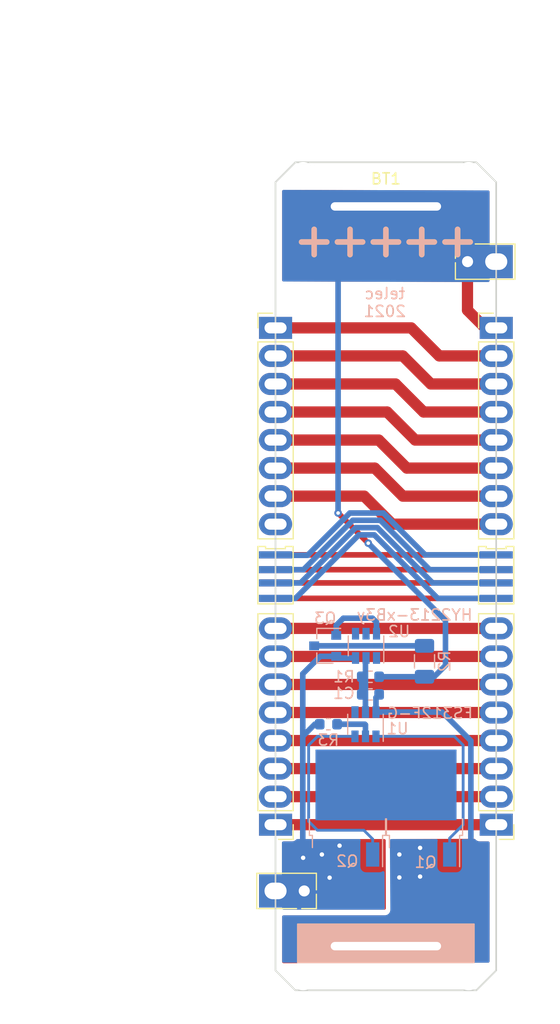
<source format=kicad_pcb>
(kicad_pcb (version 20171130) (host pcbnew "(5.1.5)-3")

  (general
    (thickness 1.6)
    (drawings 27)
    (tracks 125)
    (zones 0)
    (modules 22)
    (nets 39)
  )

  (page A4)
  (layers
    (0 F.Cu signal)
    (31 B.Cu signal)
    (32 B.Adhes user)
    (33 F.Adhes user)
    (34 B.Paste user)
    (35 F.Paste user)
    (36 B.SilkS user)
    (37 F.SilkS user)
    (38 B.Mask user)
    (39 F.Mask user)
    (40 Dwgs.User user)
    (41 Cmts.User user)
    (42 Eco1.User user)
    (43 Eco2.User user)
    (44 Edge.Cuts user)
    (45 Margin user)
    (46 B.CrtYd user)
    (47 F.CrtYd user)
    (48 B.Fab user)
    (49 F.Fab user)
  )

  (setup
    (last_trace_width 0.1524)
    (user_trace_width 0.1524)
    (user_trace_width 0.254)
    (user_trace_width 0.508)
    (user_trace_width 0.762)
    (user_trace_width 1.016)
    (trace_clearance 0.1524)
    (zone_clearance 0.508)
    (zone_45_only no)
    (trace_min 0.1524)
    (via_size 0.6858)
    (via_drill 0.3302)
    (via_min_size 0.508)
    (via_min_drill 0.254)
    (user_via 0.508 0.254)
    (user_via 0.6858 0.3302)
    (user_via 0.8 0.4)
    (uvia_size 0.508)
    (uvia_drill 0.254)
    (uvias_allowed no)
    (uvia_min_size 0.2)
    (uvia_min_drill 0.1)
    (edge_width 0.15)
    (segment_width 0.2)
    (pcb_text_width 0.3)
    (pcb_text_size 1.5 1.5)
    (mod_edge_width 0.15)
    (mod_text_size 1 1)
    (mod_text_width 0.15)
    (pad_size 1.524 1.524)
    (pad_drill 0.762)
    (pad_to_mask_clearance 0.051)
    (solder_mask_min_width 0.25)
    (aux_axis_origin 12 12)
    (grid_origin 12 12)
    (visible_elements 7FFFFFFF)
    (pcbplotparams
      (layerselection 0x010fc_ffffffff)
      (usegerberextensions false)
      (usegerberattributes false)
      (usegerberadvancedattributes false)
      (creategerberjobfile false)
      (excludeedgelayer true)
      (linewidth 0.100000)
      (plotframeref false)
      (viasonmask false)
      (mode 1)
      (useauxorigin true)
      (hpglpennumber 1)
      (hpglpenspeed 20)
      (hpglpendiameter 15.000000)
      (psnegative false)
      (psa4output false)
      (plotreference true)
      (plotvalue true)
      (plotinvisibletext false)
      (padsonsilk false)
      (subtractmaskfromsilk false)
      (outputformat 1)
      (mirror false)
      (drillshape 0)
      (scaleselection 1)
      (outputdirectory "./gerber"))
  )

  (net 0 "")
  (net 1 "Net-(BT1-Pad2)")
  (net 2 "Net-(BT1-Pad1)")
  (net 3 "Net-(J3-Pad6)")
  (net 4 "Net-(J3-Pad5)")
  (net 5 "Net-(J3-Pad4)")
  (net 6 "Net-(J3-Pad3)")
  (net 7 "Net-(J3-Pad2)")
  (net 8 "Net-(J3-Pad1)")
  (net 9 "Net-(J5-Pad6)")
  (net 10 "Net-(J5-Pad5)")
  (net 11 "Net-(J5-Pad4)")
  (net 12 "Net-(J5-Pad3)")
  (net 13 "Net-(J5-Pad2)")
  (net 14 "Net-(J5-Pad1)")
  (net 15 "Net-(J3-Pad7)")
  (net 16 "Net-(J3-Pad8)")
  (net 17 "Net-(J5-Pad8)")
  (net 18 "Net-(J5-Pad7)")
  (net 19 "Net-(C1-Pad1)")
  (net 20 "Net-(J2-Pad1)")
  (net 21 "Net-(Q1-Pad2)")
  (net 22 "Net-(Q1-Pad1)")
  (net 23 "Net-(Q3-Pad1)")
  (net 24 "Net-(R3-Pad2)")
  (net 25 "Net-(U1-Pad4)")
  (net 26 "Net-(U2-Pad5)")
  (net 27 "Net-(U2-Pad4)")
  (net 28 "Net-(U2-Pad1)")
  (net 29 "Net-(J16-Pad4)")
  (net 30 "Net-(J16-Pad8)")
  (net 31 "Net-(J16-Pad1)")
  (net 32 "Net-(J16-Pad6)")
  (net 33 "Net-(J16-Pad5)")
  (net 34 "Net-(J16-Pad7)")
  (net 35 "Net-(J16-Pad3)")
  (net 36 "Net-(J16-Pad2)")
  (net 37 "Net-(Q2-Pad1)")
  (net 38 "Net-(Q3-Pad3)")

  (net_class Default "Ceci est la Netclass par défaut."
    (clearance 0.1524)
    (trace_width 0.1524)
    (via_dia 0.6858)
    (via_drill 0.3302)
    (uvia_dia 0.508)
    (uvia_drill 0.254)
    (add_net "Net-(BT1-Pad1)")
    (add_net "Net-(BT1-Pad2)")
    (add_net "Net-(C1-Pad1)")
    (add_net "Net-(J16-Pad1)")
    (add_net "Net-(J16-Pad2)")
    (add_net "Net-(J16-Pad3)")
    (add_net "Net-(J16-Pad4)")
    (add_net "Net-(J16-Pad5)")
    (add_net "Net-(J16-Pad6)")
    (add_net "Net-(J16-Pad7)")
    (add_net "Net-(J16-Pad8)")
    (add_net "Net-(J2-Pad1)")
    (add_net "Net-(J3-Pad1)")
    (add_net "Net-(J3-Pad2)")
    (add_net "Net-(J3-Pad3)")
    (add_net "Net-(J3-Pad4)")
    (add_net "Net-(J3-Pad5)")
    (add_net "Net-(J3-Pad6)")
    (add_net "Net-(J3-Pad7)")
    (add_net "Net-(J3-Pad8)")
    (add_net "Net-(J5-Pad1)")
    (add_net "Net-(J5-Pad2)")
    (add_net "Net-(J5-Pad3)")
    (add_net "Net-(J5-Pad4)")
    (add_net "Net-(J5-Pad5)")
    (add_net "Net-(J5-Pad6)")
    (add_net "Net-(J5-Pad7)")
    (add_net "Net-(J5-Pad8)")
    (add_net "Net-(Q1-Pad1)")
    (add_net "Net-(Q1-Pad2)")
    (add_net "Net-(Q2-Pad1)")
    (add_net "Net-(Q3-Pad1)")
    (add_net "Net-(Q3-Pad3)")
    (add_net "Net-(R3-Pad2)")
    (add_net "Net-(U1-Pad4)")
    (add_net "Net-(U2-Pad1)")
    (add_net "Net-(U2-Pad4)")
    (add_net "Net-(U2-Pad5)")
  )

  (module telec:Cell_18650 (layer F.Cu) (tedit 60FF0E02) (tstamp 60FF11E8)
    (at 22 19)
    (path /608856BD)
    (fp_text reference BT1 (at 0 -2.5) (layer F.SilkS)
      (effects (font (size 1 1) (thickness 0.15)))
    )
    (fp_text value Battery_Cell (at 0 -4) (layer F.Fab)
      (effects (font (size 1 1) (thickness 0.15)))
    )
    (fp_poly (pts (xy 8 68.5) (xy -8 68.5) (xy -8 65) (xy 8 65)) (layer B.SilkS) (width 0.1))
    (fp_text user + (at -6.5 3) (layer B.SilkS)
      (effects (font (size 3 3) (thickness 0.5)) (justify mirror))
    )
    (fp_text user + (at -3.25 3) (layer B.SilkS)
      (effects (font (size 3 3) (thickness 0.5)) (justify mirror))
    )
    (fp_text user + (at 0 3) (layer B.SilkS)
      (effects (font (size 3 3) (thickness 0.5)) (justify mirror))
    )
    (fp_text user + (at 3.25 3) (layer B.SilkS)
      (effects (font (size 3 3) (thickness 0.5)) (justify mirror))
    )
    (fp_text user + (at 6.5 3) (layer B.SilkS)
      (effects (font (size 3 3) (thickness 0.5)) (justify mirror))
    )
    (fp_poly (pts (xy 8 68.5) (xy -8 68.5) (xy -8 65) (xy 8 65)) (layer F.SilkS) (width 0.1))
    (fp_text user + (at 6.5 3) (layer F.SilkS)
      (effects (font (size 3 3) (thickness 0.5)))
    )
    (fp_text user + (at 3.25 3) (layer F.SilkS)
      (effects (font (size 3 3) (thickness 0.5)))
    )
    (fp_text user + (at 0 3) (layer F.SilkS)
      (effects (font (size 3 3) (thickness 0.5)))
    )
    (fp_text user + (at -3.25 3) (layer F.SilkS)
      (effects (font (size 3 3) (thickness 0.5)))
    )
    (fp_text user + (at -6.5 3) (layer F.SilkS)
      (effects (font (size 3 3) (thickness 0.5)))
    )
    (fp_line (start -8 68.5) (end -8 -1.5) (layer F.CrtYd) (width 0.12))
    (fp_line (start 8 68.5) (end -8 68.5) (layer F.CrtYd) (width 0.12))
    (fp_line (start 8 -1.5) (end 8 68.5) (layer F.CrtYd) (width 0.12))
    (fp_line (start -8 -1.5) (end 8 -1.5) (layer F.CrtYd) (width 0.12))
    (pad 2 thru_hole roundrect (at 0 67) (size 15.24 2.54) (drill oval 10 0.762) (layers *.Cu *.Mask) (roundrect_rratio 0.25)
      (net 1 "Net-(BT1-Pad2)"))
    (pad 1 thru_hole roundrect (at 0 0) (size 15.24 2.54) (drill oval 10 0.762) (layers *.Cu *.Mask) (roundrect_rratio 0.25)
      (net 2 "Net-(BT1-Pad1)"))
    (model ${KICAD_USER_SYMBOL_DIR}/telec.3dshapes/18650_tabs.wrl
      (offset (xyz 0 -65.75 9.5))
      (scale (xyz 0.39 0.39 0.39))
      (rotate (xyz 0 0 0))
    )
  )

  (module telec:Castellated_1x01_P5.08mm_Double (layer F.Cu) (tedit 608B2520) (tstamp 6088B8F3)
    (at 12 81 180)
    (descr "Through hole straight pin header, 1x08, 2.54mm pitch, single row")
    (tags "Through hole pin header THT 1x08 2.54mm single row")
    (path /61008FC6)
    (fp_text reference J2 (at 0 -2.33) (layer F.SilkS) hide
      (effects (font (size 1 1) (thickness 0.15)))
    )
    (fp_text value cell_- (at -0.1 2.6) (layer F.Fab)
      (effects (font (size 1 1) (thickness 0.15)))
    )
    (fp_text user %R (at 0 -2.3 180) (layer F.Fab)
      (effects (font (size 1 1) (thickness 0.15)))
    )
    (fp_line (start 1.8 -1.8) (end -3.8 -1.8) (layer F.CrtYd) (width 0.05))
    (fp_line (start 1.8 1.8) (end 1.8 -1.8) (layer F.CrtYd) (width 0.05))
    (fp_line (start -3.8 1.8) (end 1.8 1.8) (layer F.CrtYd) (width 0.05))
    (fp_line (start -3.8 -1.8) (end -3.8 1.8) (layer F.CrtYd) (width 0.05))
    (fp_line (start -3.7 -1.6) (end -2.37 -1.6) (layer F.SilkS) (width 0.12))
    (fp_line (start -3.7 -0.3) (end -3.7 -1.6) (layer F.SilkS) (width 0.12))
    (fp_line (start -3.7 1.6) (end 1.7 1.6) (layer F.SilkS) (width 0.12))
    (fp_line (start 1.7 -1.6) (end 1.7 1.6) (layer F.SilkS) (width 0.12))
    (fp_line (start -3.7 0.1) (end -3.7 1.6) (layer F.SilkS) (width 0.12))
    (fp_line (start -1.9 -1.6) (end 1.7 -1.6) (layer F.SilkS) (width 0.12))
    (pad 1 thru_hole rect (at -2.6 0 180) (size 2.5 3) (drill 1 (offset 0.25 0)) (layers *.Cu *.Mask)
      (net 20 "Net-(J2-Pad1)"))
    (pad 1 thru_hole rect (at 0 0 180) (size 3 3) (drill oval 2 1.5) (layers *.Cu *.Mask)
      (net 20 "Net-(J2-Pad1)"))
  )

  (module telec:Castellated_1x01_P5.08mm_Double (layer F.Cu) (tedit 608B2520) (tstamp 6088B8CD)
    (at 32 24)
    (descr "Through hole straight pin header, 1x08, 2.54mm pitch, single row")
    (tags "Through hole pin header THT 1x08 2.54mm single row")
    (path /61008FC5)
    (fp_text reference J1 (at 0 -2.33) (layer F.SilkS) hide
      (effects (font (size 1 1) (thickness 0.15)))
    )
    (fp_text value cell_+ (at -0.1 2.6) (layer F.Fab)
      (effects (font (size 1 1) (thickness 0.15)))
    )
    (fp_text user %R (at 0 -2.3 180) (layer F.Fab)
      (effects (font (size 1 1) (thickness 0.15)))
    )
    (fp_line (start 1.8 -1.8) (end -3.8 -1.8) (layer F.CrtYd) (width 0.05))
    (fp_line (start 1.8 1.8) (end 1.8 -1.8) (layer F.CrtYd) (width 0.05))
    (fp_line (start -3.8 1.8) (end 1.8 1.8) (layer F.CrtYd) (width 0.05))
    (fp_line (start -3.8 -1.8) (end -3.8 1.8) (layer F.CrtYd) (width 0.05))
    (fp_line (start -3.7 -1.6) (end -2.37 -1.6) (layer F.SilkS) (width 0.12))
    (fp_line (start -3.7 -0.3) (end -3.7 -1.6) (layer F.SilkS) (width 0.12))
    (fp_line (start -3.7 1.6) (end 1.7 1.6) (layer F.SilkS) (width 0.12))
    (fp_line (start 1.7 -1.6) (end 1.7 1.6) (layer F.SilkS) (width 0.12))
    (fp_line (start -3.7 0.1) (end -3.7 1.6) (layer F.SilkS) (width 0.12))
    (fp_line (start -1.9 -1.6) (end 1.7 -1.6) (layer F.SilkS) (width 0.12))
    (pad 1 thru_hole rect (at -2.6 0) (size 2.5 3) (drill 1 (offset 0.25 0)) (layers *.Cu *.Mask)
      (net 2 "Net-(BT1-Pad1)"))
    (pad 1 thru_hole rect (at 0 0) (size 3 3) (drill oval 2 1.5) (layers *.Cu *.Mask)
      (net 2 "Net-(BT1-Pad1)"))
  )

  (module telec:DualSide_2x05_P1.27mm_Vertical_SMD (layer F.Cu) (tedit 608C32A6) (tstamp 60FF00E0)
    (at 31.994705 52.6)
    (descr "surface-mounted straight pin header, 1x05, 1.27mm pitch, single row, style 2 (pin 1 right)")
    (tags "Surface mounted pin header SMD 1x05 1.27mm single row style2 pin1 right")
    (path /60902C2A)
    (attr smd)
    (fp_text reference J17 (at 0.4 -3.6) (layer F.SilkS) hide
      (effects (font (size 1 1) (thickness 0.15)))
    )
    (fp_text value communication (at 0 4.235) (layer F.Fab)
      (effects (font (size 1 1) (thickness 0.15)))
    )
    (fp_line (start -0.45 -2.24) (end 1 -2.24) (layer F.Fab) (width 0.1))
    (fp_line (start 1 -2.24) (end 1 -1.84) (layer F.Fab) (width 0.1))
    (fp_line (start 1 -1.84) (end -0.45 -1.84) (layer F.Fab) (width 0.1))
    (fp_line (start -0.45 0.3) (end 1 0.3) (layer F.Fab) (width 0.1))
    (fp_line (start 1 0.3) (end 1 0.7) (layer F.Fab) (width 0.1))
    (fp_line (start 1 0.7) (end -0.45 0.7) (layer F.Fab) (width 0.1))
    (fp_line (start -1.6 -2.8) (end -0.9 -2.8) (layer F.SilkS) (width 0.12))
    (fp_line (start -1.6 -2.8) (end -1.6 2.4) (layer F.SilkS) (width 0.12))
    (fp_line (start -0.9 -2.6) (end 0.9 -2.6) (layer F.SilkS) (width 0.12))
    (fp_line (start -0.9 -2.8) (end -0.9 -2.6) (layer F.SilkS) (width 0.12))
    (fp_line (start 1.6 2.4) (end -1.6 2.4) (layer F.SilkS) (width 0.12))
    (fp_line (start -1.7 -2.9) (end -1.7 2.5) (layer F.CrtYd) (width 0.05))
    (fp_line (start -1.7 2.5) (end 1.7 2.5) (layer F.CrtYd) (width 0.05))
    (fp_line (start 1.7 2.5) (end 1.7 -2.9) (layer F.CrtYd) (width 0.05))
    (fp_line (start 1.7 -2.9) (end -1.7 -2.9) (layer F.CrtYd) (width 0.05))
    (fp_text user %R (at 0.1 -0.25 90) (layer F.Fab)
      (effects (font (size 1 1) (thickness 0.15)))
    )
    (fp_line (start 1.6 -2.8) (end 1.6 2.4) (layer F.SilkS) (width 0.12))
    (fp_line (start 0.9 -2.8) (end 0.9 -2.6) (layer F.SilkS) (width 0.12))
    (fp_line (start 0.9 -2.8) (end 1.6 -2.8) (layer F.SilkS) (width 0.12))
    (pad 4 smd rect (at 0 -0.7) (size 3 0.65) (layers *.Mask B.Cu)
      (net 29 "Net-(J16-Pad4)"))
    (pad 8 smd rect (at 0 1.9) (size 3 0.65) (layers *.Mask B.Cu)
      (net 30 "Net-(J16-Pad8)"))
    (pad 1 smd rect (at 0 -2.04) (size 3 0.65) (layers *.Mask F.Cu)
      (net 31 "Net-(J16-Pad1)"))
    (pad 6 smd rect (at 0 0.5) (size 3 0.65) (layers *.Mask B.Cu)
      (net 32 "Net-(J16-Pad6)"))
    (pad 5 smd rect (at 0 0.5) (size 3 0.65) (layers *.Mask F.Cu)
      (net 33 "Net-(J16-Pad5)"))
    (pad 7 smd rect (at 0 1.9) (size 3 0.65) (layers *.Mask F.Cu)
      (net 34 "Net-(J16-Pad7)"))
    (pad 3 smd rect (at 0 -0.7) (size 3 0.65) (layers *.Mask F.Cu)
      (net 35 "Net-(J16-Pad3)"))
    (pad 2 smd rect (at 0 -2.04) (size 3 0.65) (layers *.Mask B.Cu)
      (net 36 "Net-(J16-Pad2)"))
  )

  (module telec:DualSide_2x05_P1.27mm_Vertical_SMD (layer F.Cu) (tedit 608C32A6) (tstamp 60FF00C2)
    (at 11.994705 52.6)
    (descr "surface-mounted straight pin header, 1x05, 1.27mm pitch, single row, style 2 (pin 1 right)")
    (tags "Surface mounted pin header SMD 1x05 1.27mm single row style2 pin1 right")
    (path /608CBEEC)
    (attr smd)
    (fp_text reference J16 (at 0.4 -3.6) (layer F.SilkS) hide
      (effects (font (size 1 1) (thickness 0.15)))
    )
    (fp_text value communication (at 0 4.235) (layer F.Fab)
      (effects (font (size 1 1) (thickness 0.15)))
    )
    (fp_line (start -0.45 -2.24) (end 1 -2.24) (layer F.Fab) (width 0.1))
    (fp_line (start 1 -2.24) (end 1 -1.84) (layer F.Fab) (width 0.1))
    (fp_line (start 1 -1.84) (end -0.45 -1.84) (layer F.Fab) (width 0.1))
    (fp_line (start -0.45 0.3) (end 1 0.3) (layer F.Fab) (width 0.1))
    (fp_line (start 1 0.3) (end 1 0.7) (layer F.Fab) (width 0.1))
    (fp_line (start 1 0.7) (end -0.45 0.7) (layer F.Fab) (width 0.1))
    (fp_line (start -1.6 -2.8) (end -0.9 -2.8) (layer F.SilkS) (width 0.12))
    (fp_line (start -1.6 -2.8) (end -1.6 2.4) (layer F.SilkS) (width 0.12))
    (fp_line (start -0.9 -2.6) (end 0.9 -2.6) (layer F.SilkS) (width 0.12))
    (fp_line (start -0.9 -2.8) (end -0.9 -2.6) (layer F.SilkS) (width 0.12))
    (fp_line (start 1.6 2.4) (end -1.6 2.4) (layer F.SilkS) (width 0.12))
    (fp_line (start -1.7 -2.9) (end -1.7 2.5) (layer F.CrtYd) (width 0.05))
    (fp_line (start -1.7 2.5) (end 1.7 2.5) (layer F.CrtYd) (width 0.05))
    (fp_line (start 1.7 2.5) (end 1.7 -2.9) (layer F.CrtYd) (width 0.05))
    (fp_line (start 1.7 -2.9) (end -1.7 -2.9) (layer F.CrtYd) (width 0.05))
    (fp_text user %R (at 0.1 -0.1 90) (layer F.Fab)
      (effects (font (size 1 1) (thickness 0.15)))
    )
    (fp_line (start 1.6 -2.8) (end 1.6 2.4) (layer F.SilkS) (width 0.12))
    (fp_line (start 0.9 -2.8) (end 0.9 -2.6) (layer F.SilkS) (width 0.12))
    (fp_line (start 0.9 -2.8) (end 1.6 -2.8) (layer F.SilkS) (width 0.12))
    (pad 4 smd rect (at 0 -0.7) (size 3 0.65) (layers *.Mask B.Cu)
      (net 29 "Net-(J16-Pad4)"))
    (pad 8 smd rect (at 0 1.9) (size 3 0.65) (layers *.Mask B.Cu)
      (net 30 "Net-(J16-Pad8)"))
    (pad 1 smd rect (at 0 -2.04) (size 3 0.65) (layers *.Mask F.Cu)
      (net 31 "Net-(J16-Pad1)"))
    (pad 6 smd rect (at 0 0.5) (size 3 0.65) (layers *.Mask B.Cu)
      (net 32 "Net-(J16-Pad6)"))
    (pad 5 smd rect (at 0 0.5) (size 3 0.65) (layers *.Mask F.Cu)
      (net 33 "Net-(J16-Pad5)"))
    (pad 7 smd rect (at 0 1.9) (size 3 0.65) (layers *.Mask F.Cu)
      (net 34 "Net-(J16-Pad7)"))
    (pad 3 smd rect (at 0 -0.7) (size 3 0.65) (layers *.Mask F.Cu)
      (net 35 "Net-(J16-Pad3)"))
    (pad 2 smd rect (at 0 -2.04) (size 3 0.65) (layers *.Mask B.Cu)
      (net 36 "Net-(J16-Pad2)"))
  )

  (module telec:Castellated_1x08_P2.54mm (layer F.Cu) (tedit 608B189C) (tstamp 6088BA65)
    (at 32 75 180)
    (descr "Through hole straight pin header, 1x08, 2.54mm pitch, single row")
    (tags "Through hole pin header THT 1x08 2.54mm single row")
    (path /61008FC3)
    (fp_text reference J6 (at 0 -2.33) (layer F.SilkS) hide
      (effects (font (size 1 1) (thickness 0.15)))
    )
    (fp_text value bal_odd_right (at 0 20.11) (layer F.Fab)
      (effects (font (size 1 1) (thickness 0.15)))
    )
    (fp_text user %R (at 0 8.89 90) (layer F.Fab)
      (effects (font (size 1 1) (thickness 0.15)))
    )
    (fp_line (start 1.8 -1.8) (end -1.8 -1.8) (layer F.CrtYd) (width 0.05))
    (fp_line (start 1.8 19.55) (end 1.8 -1.8) (layer F.CrtYd) (width 0.05))
    (fp_line (start -1.8 19.55) (end 1.8 19.55) (layer F.CrtYd) (width 0.05))
    (fp_line (start -1.8 -1.8) (end -1.8 19.55) (layer F.CrtYd) (width 0.05))
    (fp_line (start -1.6 -1.33) (end -0.27 -1.33) (layer F.SilkS) (width 0.12))
    (fp_line (start -1.6 0) (end -1.6 -1.33) (layer F.SilkS) (width 0.12))
    (fp_line (start -1.6 1.27) (end 1.6 1.27) (layer F.SilkS) (width 0.12))
    (fp_line (start 1.6 1.27) (end 1.6 19.11) (layer F.SilkS) (width 0.12))
    (fp_line (start -1.6 1.27) (end -1.6 19.11) (layer F.SilkS) (width 0.12))
    (fp_line (start -1.6 19.11) (end 1.6 19.11) (layer F.SilkS) (width 0.12))
    (fp_line (start -1.27 -0.635) (end -0.635 -1.27) (layer F.Fab) (width 0.1))
    (fp_line (start -1.27 19.05) (end -1.27 -0.635) (layer F.Fab) (width 0.1))
    (fp_line (start 1.27 19.05) (end -1.27 19.05) (layer F.Fab) (width 0.1))
    (fp_line (start 1.27 -1.27) (end 1.27 19.05) (layer F.Fab) (width 0.1))
    (fp_line (start -0.635 -1.27) (end 1.27 -1.27) (layer F.Fab) (width 0.1))
    (pad 8 thru_hole oval (at 0 17.78 180) (size 3 2) (drill oval 2 1) (layers *.Cu *.Mask)
      (net 17 "Net-(J5-Pad8)"))
    (pad 7 thru_hole oval (at 0 15.24 180) (size 3 2) (drill oval 2 1) (layers *.Cu *.Mask)
      (net 18 "Net-(J5-Pad7)"))
    (pad 6 thru_hole oval (at 0 12.7 180) (size 3 2) (drill oval 2 1) (layers *.Cu *.Mask)
      (net 9 "Net-(J5-Pad6)"))
    (pad 5 thru_hole oval (at 0 10.16 180) (size 3 2) (drill oval 2 1) (layers *.Cu *.Mask)
      (net 10 "Net-(J5-Pad5)"))
    (pad 4 thru_hole oval (at 0 7.62 180) (size 3 2) (drill oval 2 1) (layers *.Cu *.Mask)
      (net 11 "Net-(J5-Pad4)"))
    (pad 3 thru_hole oval (at 0 5.08 180) (size 3 2) (drill oval 2 1) (layers *.Cu *.Mask)
      (net 12 "Net-(J5-Pad3)"))
    (pad 2 thru_hole oval (at 0 2.54 180) (size 3 2) (drill oval 2 1) (layers *.Cu *.Mask)
      (net 13 "Net-(J5-Pad2)"))
    (pad 1 thru_hole rect (at 0 0 180) (size 3 2) (drill oval 2 1) (layers *.Cu *.Mask)
      (net 14 "Net-(J5-Pad1)"))
  )

  (module telec:Castellated_1x08_P2.54mm (layer F.Cu) (tedit 608B189C) (tstamp 6088BA13)
    (at 12 75 180)
    (descr "Through hole straight pin header, 1x08, 2.54mm pitch, single row")
    (tags "Through hole pin header THT 1x08 2.54mm single row")
    (path /61008FC4)
    (fp_text reference J5 (at 0 -2.33) (layer F.SilkS) hide
      (effects (font (size 1 1) (thickness 0.15)))
    )
    (fp_text value bal_odd_left (at 0 20.11) (layer F.Fab)
      (effects (font (size 1 1) (thickness 0.15)))
    )
    (fp_text user %R (at 0 8.89 90) (layer F.Fab)
      (effects (font (size 1 1) (thickness 0.15)))
    )
    (fp_line (start 1.8 -1.8) (end -1.8 -1.8) (layer F.CrtYd) (width 0.05))
    (fp_line (start 1.8 19.55) (end 1.8 -1.8) (layer F.CrtYd) (width 0.05))
    (fp_line (start -1.8 19.55) (end 1.8 19.55) (layer F.CrtYd) (width 0.05))
    (fp_line (start -1.8 -1.8) (end -1.8 19.55) (layer F.CrtYd) (width 0.05))
    (fp_line (start -1.6 -1.33) (end -0.27 -1.33) (layer F.SilkS) (width 0.12))
    (fp_line (start -1.6 0) (end -1.6 -1.33) (layer F.SilkS) (width 0.12))
    (fp_line (start -1.6 1.27) (end 1.6 1.27) (layer F.SilkS) (width 0.12))
    (fp_line (start 1.6 1.27) (end 1.6 19.11) (layer F.SilkS) (width 0.12))
    (fp_line (start -1.6 1.27) (end -1.6 19.11) (layer F.SilkS) (width 0.12))
    (fp_line (start -1.6 19.11) (end 1.6 19.11) (layer F.SilkS) (width 0.12))
    (fp_line (start -1.27 -0.635) (end -0.635 -1.27) (layer F.Fab) (width 0.1))
    (fp_line (start -1.27 19.05) (end -1.27 -0.635) (layer F.Fab) (width 0.1))
    (fp_line (start 1.27 19.05) (end -1.27 19.05) (layer F.Fab) (width 0.1))
    (fp_line (start 1.27 -1.27) (end 1.27 19.05) (layer F.Fab) (width 0.1))
    (fp_line (start -0.635 -1.27) (end 1.27 -1.27) (layer F.Fab) (width 0.1))
    (pad 8 thru_hole oval (at 0 17.78 180) (size 3 2) (drill oval 2 1) (layers *.Cu *.Mask)
      (net 17 "Net-(J5-Pad8)"))
    (pad 7 thru_hole oval (at 0 15.24 180) (size 3 2) (drill oval 2 1) (layers *.Cu *.Mask)
      (net 18 "Net-(J5-Pad7)"))
    (pad 6 thru_hole oval (at 0 12.7 180) (size 3 2) (drill oval 2 1) (layers *.Cu *.Mask)
      (net 9 "Net-(J5-Pad6)"))
    (pad 5 thru_hole oval (at 0 10.16 180) (size 3 2) (drill oval 2 1) (layers *.Cu *.Mask)
      (net 10 "Net-(J5-Pad5)"))
    (pad 4 thru_hole oval (at 0 7.62 180) (size 3 2) (drill oval 2 1) (layers *.Cu *.Mask)
      (net 11 "Net-(J5-Pad4)"))
    (pad 3 thru_hole oval (at 0 5.08 180) (size 3 2) (drill oval 2 1) (layers *.Cu *.Mask)
      (net 12 "Net-(J5-Pad3)"))
    (pad 2 thru_hole oval (at 0 2.54 180) (size 3 2) (drill oval 2 1) (layers *.Cu *.Mask)
      (net 13 "Net-(J5-Pad2)"))
    (pad 1 thru_hole rect (at 0 0 180) (size 3 2) (drill oval 2 1) (layers *.Cu *.Mask)
      (net 14 "Net-(J5-Pad1)"))
  )

  (module telec:Castellated_1x08_P2.54mm (layer F.Cu) (tedit 608B189C) (tstamp 6088B9AC)
    (at 32 30)
    (descr "Through hole straight pin header, 1x08, 2.54mm pitch, single row")
    (tags "Through hole pin header THT 1x08 2.54mm single row")
    (path /61008FC1)
    (fp_text reference J4 (at 0 -2.33) (layer F.SilkS) hide
      (effects (font (size 1 1) (thickness 0.15)))
    )
    (fp_text value bal_even_right (at 0 20.11) (layer F.Fab)
      (effects (font (size 1 1) (thickness 0.15)))
    )
    (fp_text user %R (at 0 8.89 90) (layer F.Fab)
      (effects (font (size 1 1) (thickness 0.15)))
    )
    (fp_line (start 1.8 -1.8) (end -1.8 -1.8) (layer F.CrtYd) (width 0.05))
    (fp_line (start 1.8 19.55) (end 1.8 -1.8) (layer F.CrtYd) (width 0.05))
    (fp_line (start -1.8 19.55) (end 1.8 19.55) (layer F.CrtYd) (width 0.05))
    (fp_line (start -1.8 -1.8) (end -1.8 19.55) (layer F.CrtYd) (width 0.05))
    (fp_line (start -1.6 -1.33) (end -0.27 -1.33) (layer F.SilkS) (width 0.12))
    (fp_line (start -1.6 0) (end -1.6 -1.33) (layer F.SilkS) (width 0.12))
    (fp_line (start -1.6 1.27) (end 1.6 1.27) (layer F.SilkS) (width 0.12))
    (fp_line (start 1.6 1.27) (end 1.6 19.11) (layer F.SilkS) (width 0.12))
    (fp_line (start -1.6 1.27) (end -1.6 19.11) (layer F.SilkS) (width 0.12))
    (fp_line (start -1.6 19.11) (end 1.6 19.11) (layer F.SilkS) (width 0.12))
    (fp_line (start -1.27 -0.635) (end -0.635 -1.27) (layer F.Fab) (width 0.1))
    (fp_line (start -1.27 19.05) (end -1.27 -0.635) (layer F.Fab) (width 0.1))
    (fp_line (start 1.27 19.05) (end -1.27 19.05) (layer F.Fab) (width 0.1))
    (fp_line (start 1.27 -1.27) (end 1.27 19.05) (layer F.Fab) (width 0.1))
    (fp_line (start -0.635 -1.27) (end 1.27 -1.27) (layer F.Fab) (width 0.1))
    (pad 8 thru_hole oval (at 0 17.78) (size 3 2) (drill oval 2 1) (layers *.Cu *.Mask)
      (net 15 "Net-(J3-Pad7)"))
    (pad 7 thru_hole oval (at 0 15.24) (size 3 2) (drill oval 2 1) (layers *.Cu *.Mask)
      (net 3 "Net-(J3-Pad6)"))
    (pad 6 thru_hole oval (at 0 12.7) (size 3 2) (drill oval 2 1) (layers *.Cu *.Mask)
      (net 4 "Net-(J3-Pad5)"))
    (pad 5 thru_hole oval (at 0 10.16) (size 3 2) (drill oval 2 1) (layers *.Cu *.Mask)
      (net 5 "Net-(J3-Pad4)"))
    (pad 4 thru_hole oval (at 0 7.62) (size 3 2) (drill oval 2 1) (layers *.Cu *.Mask)
      (net 6 "Net-(J3-Pad3)"))
    (pad 3 thru_hole oval (at 0 5.08) (size 3 2) (drill oval 2 1) (layers *.Cu *.Mask)
      (net 7 "Net-(J3-Pad2)"))
    (pad 2 thru_hole oval (at 0 2.54) (size 3 2) (drill oval 2 1) (layers *.Cu *.Mask)
      (net 8 "Net-(J3-Pad1)"))
    (pad 1 thru_hole rect (at 0 0) (size 3 2) (drill oval 2 1) (layers *.Cu *.Mask)
      (net 2 "Net-(BT1-Pad1)"))
  )

  (module telec:Castellated_1x08_P2.54mm (layer F.Cu) (tedit 608B189C) (tstamp 60FF31C9)
    (at 12 30)
    (descr "Through hole straight pin header, 1x08, 2.54mm pitch, single row")
    (tags "Through hole pin header THT 1x08 2.54mm single row")
    (path /61008FC2)
    (fp_text reference J3 (at 0 -2.33) (layer F.SilkS) hide
      (effects (font (size 1 1) (thickness 0.15)))
    )
    (fp_text value bal_even_left (at 0 20.11) (layer F.Fab)
      (effects (font (size 1 1) (thickness 0.15)))
    )
    (fp_text user %R (at 0 8.89 90) (layer F.Fab)
      (effects (font (size 1 1) (thickness 0.15)))
    )
    (fp_line (start 1.8 -1.8) (end -1.8 -1.8) (layer F.CrtYd) (width 0.05))
    (fp_line (start 1.8 19.55) (end 1.8 -1.8) (layer F.CrtYd) (width 0.05))
    (fp_line (start -1.8 19.55) (end 1.8 19.55) (layer F.CrtYd) (width 0.05))
    (fp_line (start -1.8 -1.8) (end -1.8 19.55) (layer F.CrtYd) (width 0.05))
    (fp_line (start -1.6 -1.33) (end -0.27 -1.33) (layer F.SilkS) (width 0.12))
    (fp_line (start -1.6 0) (end -1.6 -1.33) (layer F.SilkS) (width 0.12))
    (fp_line (start -1.6 1.27) (end 1.6 1.27) (layer F.SilkS) (width 0.12))
    (fp_line (start 1.6 1.27) (end 1.6 19.11) (layer F.SilkS) (width 0.12))
    (fp_line (start -1.6 1.27) (end -1.6 19.11) (layer F.SilkS) (width 0.12))
    (fp_line (start -1.6 19.11) (end 1.6 19.11) (layer F.SilkS) (width 0.12))
    (fp_line (start -1.27 -0.635) (end -0.635 -1.27) (layer F.Fab) (width 0.1))
    (fp_line (start -1.27 19.05) (end -1.27 -0.635) (layer F.Fab) (width 0.1))
    (fp_line (start 1.27 19.05) (end -1.27 19.05) (layer F.Fab) (width 0.1))
    (fp_line (start 1.27 -1.27) (end 1.27 19.05) (layer F.Fab) (width 0.1))
    (fp_line (start -0.635 -1.27) (end 1.27 -1.27) (layer F.Fab) (width 0.1))
    (pad 8 thru_hole oval (at 0 17.78) (size 3 2) (drill oval 2 1) (layers *.Cu *.Mask)
      (net 16 "Net-(J3-Pad8)"))
    (pad 7 thru_hole oval (at 0 15.24) (size 3 2) (drill oval 2 1) (layers *.Cu *.Mask)
      (net 15 "Net-(J3-Pad7)"))
    (pad 6 thru_hole oval (at 0 12.7) (size 3 2) (drill oval 2 1) (layers *.Cu *.Mask)
      (net 3 "Net-(J3-Pad6)"))
    (pad 5 thru_hole oval (at 0 10.16) (size 3 2) (drill oval 2 1) (layers *.Cu *.Mask)
      (net 4 "Net-(J3-Pad5)"))
    (pad 4 thru_hole oval (at 0 7.62) (size 3 2) (drill oval 2 1) (layers *.Cu *.Mask)
      (net 5 "Net-(J3-Pad4)"))
    (pad 3 thru_hole oval (at 0 5.08) (size 3 2) (drill oval 2 1) (layers *.Cu *.Mask)
      (net 6 "Net-(J3-Pad3)"))
    (pad 2 thru_hole oval (at 0 2.54) (size 3 2) (drill oval 2 1) (layers *.Cu *.Mask)
      (net 7 "Net-(J3-Pad2)"))
    (pad 1 thru_hole rect (at 0 0) (size 3 2) (drill oval 2 1) (layers *.Cu *.Mask)
      (net 8 "Net-(J3-Pad1)"))
  )

  (module Package_TO_SOT_SMD:SOT-23-6 (layer B.Cu) (tedit 5A02FF57) (tstamp 6088CFD7)
    (at 20.2 58.8 90)
    (descr "6-pin SOT-23 package")
    (tags SOT-23-6)
    (path /6088AA19)
    (attr smd)
    (fp_text reference U2 (at 1.3 3 180) (layer B.SilkS)
      (effects (font (size 1 1) (thickness 0.15)) (justify mirror))
    )
    (fp_text value HY2213-xB3y (at 2.8 4.4 180) (layer B.SilkS)
      (effects (font (size 1 1) (thickness 0.15)) (justify mirror))
    )
    (fp_line (start 0.9 1.55) (end 0.9 -1.55) (layer B.Fab) (width 0.1))
    (fp_line (start 0.9 -1.55) (end -0.9 -1.55) (layer B.Fab) (width 0.1))
    (fp_line (start -0.9 0.9) (end -0.9 -1.55) (layer B.Fab) (width 0.1))
    (fp_line (start 0.9 1.55) (end -0.25 1.55) (layer B.Fab) (width 0.1))
    (fp_line (start -0.9 0.9) (end -0.25 1.55) (layer B.Fab) (width 0.1))
    (fp_line (start -1.9 1.8) (end -1.9 -1.8) (layer B.CrtYd) (width 0.05))
    (fp_line (start -1.9 -1.8) (end 1.9 -1.8) (layer B.CrtYd) (width 0.05))
    (fp_line (start 1.9 -1.8) (end 1.9 1.8) (layer B.CrtYd) (width 0.05))
    (fp_line (start 1.9 1.8) (end -1.9 1.8) (layer B.CrtYd) (width 0.05))
    (fp_line (start 0.9 1.61) (end -1.55 1.61) (layer B.SilkS) (width 0.12))
    (fp_line (start -0.9 -1.61) (end 0.9 -1.61) (layer B.SilkS) (width 0.12))
    (fp_text user %R (at 0 0 180) (layer B.Fab)
      (effects (font (size 0.5 0.5) (thickness 0.075)) (justify mirror))
    )
    (pad 5 smd rect (at 1.1 0 90) (size 1.06 0.65) (layers B.Cu B.Paste B.Mask)
      (net 26 "Net-(U2-Pad5)"))
    (pad 6 smd rect (at 1.1 0.95 90) (size 1.06 0.65) (layers B.Cu B.Paste B.Mask)
      (net 23 "Net-(Q3-Pad1)"))
    (pad 4 smd rect (at 1.1 -0.95 90) (size 1.06 0.65) (layers B.Cu B.Paste B.Mask)
      (net 27 "Net-(U2-Pad4)"))
    (pad 3 smd rect (at -1.1 -0.95 90) (size 1.06 0.65) (layers B.Cu B.Paste B.Mask)
      (net 20 "Net-(J2-Pad1)"))
    (pad 2 smd rect (at -1.1 0 90) (size 1.06 0.65) (layers B.Cu B.Paste B.Mask)
      (net 19 "Net-(C1-Pad1)"))
    (pad 1 smd rect (at -1.1 0.95 90) (size 1.06 0.65) (layers B.Cu B.Paste B.Mask)
      (net 28 "Net-(U2-Pad1)"))
    (model ${KISYS3DMOD}/Package_TO_SOT_SMD.3dshapes/SOT-23-6.wrl
      (at (xyz 0 0 0))
      (scale (xyz 1 1 1))
      (rotate (xyz 0 0 0))
    )
  )

  (module Package_TO_SOT_SMD:SOT-23-6 (layer B.Cu) (tedit 5A02FF57) (tstamp 6088CFC1)
    (at 20.15 65.9 90)
    (descr "6-pin SOT-23 package")
    (tags SOT-23-6)
    (path /6088B07A)
    (attr smd)
    (fp_text reference U1 (at -0.4 2.9 180) (layer B.SilkS)
      (effects (font (size 1 1) (thickness 0.15)) (justify mirror))
    )
    (fp_text value FS312F-G (at 1 5.85 180) (layer B.SilkS)
      (effects (font (size 1 1) (thickness 0.15)) (justify mirror))
    )
    (fp_line (start 0.9 1.55) (end 0.9 -1.55) (layer B.Fab) (width 0.1))
    (fp_line (start 0.9 -1.55) (end -0.9 -1.55) (layer B.Fab) (width 0.1))
    (fp_line (start -0.9 0.9) (end -0.9 -1.55) (layer B.Fab) (width 0.1))
    (fp_line (start 0.9 1.55) (end -0.25 1.55) (layer B.Fab) (width 0.1))
    (fp_line (start -0.9 0.9) (end -0.25 1.55) (layer B.Fab) (width 0.1))
    (fp_line (start -1.9 1.8) (end -1.9 -1.8) (layer B.CrtYd) (width 0.05))
    (fp_line (start -1.9 -1.8) (end 1.9 -1.8) (layer B.CrtYd) (width 0.05))
    (fp_line (start 1.9 -1.8) (end 1.9 1.8) (layer B.CrtYd) (width 0.05))
    (fp_line (start 1.9 1.8) (end -1.9 1.8) (layer B.CrtYd) (width 0.05))
    (fp_line (start 0.9 1.61) (end -1.55 1.61) (layer B.SilkS) (width 0.12))
    (fp_line (start -0.9 -1.61) (end 0.9 -1.61) (layer B.SilkS) (width 0.12))
    (fp_text user %R (at 0 0 180) (layer B.Fab)
      (effects (font (size 0.5 0.5) (thickness 0.075)) (justify mirror))
    )
    (pad 5 smd rect (at 1.1 0 90) (size 1.06 0.65) (layers B.Cu B.Paste B.Mask)
      (net 19 "Net-(C1-Pad1)"))
    (pad 6 smd rect (at 1.1 0.95 90) (size 1.06 0.65) (layers B.Cu B.Paste B.Mask)
      (net 1 "Net-(BT1-Pad2)"))
    (pad 4 smd rect (at 1.1 -0.95 90) (size 1.06 0.65) (layers B.Cu B.Paste B.Mask)
      (net 25 "Net-(U1-Pad4)"))
    (pad 3 smd rect (at -1.1 -0.95 90) (size 1.06 0.65) (layers B.Cu B.Paste B.Mask)
      (net 37 "Net-(Q2-Pad1)"))
    (pad 2 smd rect (at -1.1 0 90) (size 1.06 0.65) (layers B.Cu B.Paste B.Mask)
      (net 24 "Net-(R3-Pad2)"))
    (pad 1 smd rect (at -1.1 0.95 90) (size 1.06 0.65) (layers B.Cu B.Paste B.Mask)
      (net 22 "Net-(Q1-Pad1)"))
    (model ${KISYS3DMOD}/Package_TO_SOT_SMD.3dshapes/SOT-23-6.wrl
      (at (xyz 0 0 0))
      (scale (xyz 1 1 1))
      (rotate (xyz 0 0 0))
    )
  )

  (module Resistor_SMD:R_0603_1608Metric (layer B.Cu) (tedit 5B301BBD) (tstamp 6088CFAB)
    (at 16.7875 65.9)
    (descr "Resistor SMD 0603 (1608 Metric), square (rectangular) end terminal, IPC_7351 nominal, (Body size source: http://www.tortai-tech.com/upload/download/2011102023233369053.pdf), generated with kicad-footprint-generator")
    (tags resistor)
    (path /608ADCC5)
    (attr smd)
    (fp_text reference R3 (at 0 1.43) (layer B.SilkS)
      (effects (font (size 1 1) (thickness 0.15)) (justify mirror))
    )
    (fp_text value 1k (at 0 -1.43) (layer B.Fab)
      (effects (font (size 1 1) (thickness 0.15)) (justify mirror))
    )
    (fp_text user %R (at 0 0) (layer B.Fab)
      (effects (font (size 0.4 0.4) (thickness 0.06)) (justify mirror))
    )
    (fp_line (start 1.48 -0.73) (end -1.48 -0.73) (layer B.CrtYd) (width 0.05))
    (fp_line (start 1.48 0.73) (end 1.48 -0.73) (layer B.CrtYd) (width 0.05))
    (fp_line (start -1.48 0.73) (end 1.48 0.73) (layer B.CrtYd) (width 0.05))
    (fp_line (start -1.48 -0.73) (end -1.48 0.73) (layer B.CrtYd) (width 0.05))
    (fp_line (start -0.162779 -0.51) (end 0.162779 -0.51) (layer B.SilkS) (width 0.12))
    (fp_line (start -0.162779 0.51) (end 0.162779 0.51) (layer B.SilkS) (width 0.12))
    (fp_line (start 0.8 -0.4) (end -0.8 -0.4) (layer B.Fab) (width 0.1))
    (fp_line (start 0.8 0.4) (end 0.8 -0.4) (layer B.Fab) (width 0.1))
    (fp_line (start -0.8 0.4) (end 0.8 0.4) (layer B.Fab) (width 0.1))
    (fp_line (start -0.8 -0.4) (end -0.8 0.4) (layer B.Fab) (width 0.1))
    (pad 2 smd roundrect (at 0.7875 0) (size 0.875 0.95) (layers B.Cu B.Paste B.Mask) (roundrect_rratio 0.25)
      (net 24 "Net-(R3-Pad2)"))
    (pad 1 smd roundrect (at -0.7875 0) (size 0.875 0.95) (layers B.Cu B.Paste B.Mask) (roundrect_rratio 0.25)
      (net 20 "Net-(J2-Pad1)"))
    (model ${KISYS3DMOD}/Resistor_SMD.3dshapes/R_0603_1608Metric.wrl
      (at (xyz 0 0 0))
      (scale (xyz 1 1 1))
      (rotate (xyz 0 0 0))
    )
  )

  (module Resistor_SMD:R_1206_3216Metric (layer B.Cu) (tedit 5B301BBD) (tstamp 6088CF9A)
    (at 25.5 60.2 90)
    (descr "Resistor SMD 1206 (3216 Metric), square (rectangular) end terminal, IPC_7351 nominal, (Body size source: http://www.tortai-tech.com/upload/download/2011102023233369053.pdf), generated with kicad-footprint-generator")
    (tags resistor)
    (path /6090A098)
    (attr smd)
    (fp_text reference R2 (at 0 1.82 90) (layer B.SilkS)
      (effects (font (size 1 1) (thickness 0.15)) (justify mirror))
    )
    (fp_text value 68 (at 0 -1.82 90) (layer B.Fab)
      (effects (font (size 1 1) (thickness 0.15)) (justify mirror))
    )
    (fp_text user %R (at 0 0 90) (layer B.Fab)
      (effects (font (size 0.8 0.8) (thickness 0.12)) (justify mirror))
    )
    (fp_line (start 2.28 -1.12) (end -2.28 -1.12) (layer B.CrtYd) (width 0.05))
    (fp_line (start 2.28 1.12) (end 2.28 -1.12) (layer B.CrtYd) (width 0.05))
    (fp_line (start -2.28 1.12) (end 2.28 1.12) (layer B.CrtYd) (width 0.05))
    (fp_line (start -2.28 -1.12) (end -2.28 1.12) (layer B.CrtYd) (width 0.05))
    (fp_line (start -0.602064 -0.91) (end 0.602064 -0.91) (layer B.SilkS) (width 0.12))
    (fp_line (start -0.602064 0.91) (end 0.602064 0.91) (layer B.SilkS) (width 0.12))
    (fp_line (start 1.6 -0.8) (end -1.6 -0.8) (layer B.Fab) (width 0.1))
    (fp_line (start 1.6 0.8) (end 1.6 -0.8) (layer B.Fab) (width 0.1))
    (fp_line (start -1.6 0.8) (end 1.6 0.8) (layer B.Fab) (width 0.1))
    (fp_line (start -1.6 -0.8) (end -1.6 0.8) (layer B.Fab) (width 0.1))
    (pad 2 smd roundrect (at 1.4 0 90) (size 1.25 1.75) (layers B.Cu B.Paste B.Mask) (roundrect_rratio 0.2)
      (net 38 "Net-(Q3-Pad3)"))
    (pad 1 smd roundrect (at -1.4 0 90) (size 1.25 1.75) (layers B.Cu B.Paste B.Mask) (roundrect_rratio 0.2)
      (net 2 "Net-(BT1-Pad1)"))
    (model ${KISYS3DMOD}/Resistor_SMD.3dshapes/R_1206_3216Metric.wrl
      (at (xyz 0 0 0))
      (scale (xyz 1 1 1))
      (rotate (xyz 0 0 0))
    )
  )

  (module Resistor_SMD:R_0603_1608Metric (layer B.Cu) (tedit 5B301BBD) (tstamp 6088D47F)
    (at 20.6 61.6)
    (descr "Resistor SMD 0603 (1608 Metric), square (rectangular) end terminal, IPC_7351 nominal, (Body size source: http://www.tortai-tech.com/upload/download/2011102023233369053.pdf), generated with kicad-footprint-generator")
    (tags resistor)
    (path /6089F807)
    (attr smd)
    (fp_text reference R1 (at -2.4 0) (layer B.SilkS)
      (effects (font (size 1 1) (thickness 0.15)) (justify mirror))
    )
    (fp_text value 100 (at 0 -1.43) (layer B.Fab)
      (effects (font (size 1 1) (thickness 0.15)) (justify mirror))
    )
    (fp_text user %R (at 0 0) (layer B.Fab)
      (effects (font (size 0.4 0.4) (thickness 0.06)) (justify mirror))
    )
    (fp_line (start 1.48 -0.73) (end -1.48 -0.73) (layer B.CrtYd) (width 0.05))
    (fp_line (start 1.48 0.73) (end 1.48 -0.73) (layer B.CrtYd) (width 0.05))
    (fp_line (start -1.48 0.73) (end 1.48 0.73) (layer B.CrtYd) (width 0.05))
    (fp_line (start -1.48 -0.73) (end -1.48 0.73) (layer B.CrtYd) (width 0.05))
    (fp_line (start -0.162779 -0.51) (end 0.162779 -0.51) (layer B.SilkS) (width 0.12))
    (fp_line (start -0.162779 0.51) (end 0.162779 0.51) (layer B.SilkS) (width 0.12))
    (fp_line (start 0.8 -0.4) (end -0.8 -0.4) (layer B.Fab) (width 0.1))
    (fp_line (start 0.8 0.4) (end 0.8 -0.4) (layer B.Fab) (width 0.1))
    (fp_line (start -0.8 0.4) (end 0.8 0.4) (layer B.Fab) (width 0.1))
    (fp_line (start -0.8 -0.4) (end -0.8 0.4) (layer B.Fab) (width 0.1))
    (pad 2 smd roundrect (at 0.7875 0) (size 0.875 0.95) (layers B.Cu B.Paste B.Mask) (roundrect_rratio 0.25)
      (net 2 "Net-(BT1-Pad1)"))
    (pad 1 smd roundrect (at -0.7875 0) (size 0.875 0.95) (layers B.Cu B.Paste B.Mask) (roundrect_rratio 0.25)
      (net 19 "Net-(C1-Pad1)"))
    (model ${KISYS3DMOD}/Resistor_SMD.3dshapes/R_0603_1608Metric.wrl
      (at (xyz 0 0 0))
      (scale (xyz 1 1 1))
      (rotate (xyz 0 0 0))
    )
  )

  (module Package_TO_SOT_SMD:SOT-23 (layer B.Cu) (tedit 5A02FF57) (tstamp 6088CF78)
    (at 16.5 58.8 180)
    (descr "SOT-23, Standard")
    (tags SOT-23)
    (path /60902B88)
    (attr smd)
    (fp_text reference Q3 (at 0 2.5) (layer B.SilkS)
      (effects (font (size 1 1) (thickness 0.15)) (justify mirror))
    )
    (fp_text value Q_NMOS_GSD (at 0 -2.5) (layer B.Fab)
      (effects (font (size 1 1) (thickness 0.15)) (justify mirror))
    )
    (fp_line (start 0.76 -1.58) (end -0.7 -1.58) (layer B.SilkS) (width 0.12))
    (fp_line (start 0.76 1.58) (end -1.4 1.58) (layer B.SilkS) (width 0.12))
    (fp_line (start -1.7 -1.75) (end -1.7 1.75) (layer B.CrtYd) (width 0.05))
    (fp_line (start 1.7 -1.75) (end -1.7 -1.75) (layer B.CrtYd) (width 0.05))
    (fp_line (start 1.7 1.75) (end 1.7 -1.75) (layer B.CrtYd) (width 0.05))
    (fp_line (start -1.7 1.75) (end 1.7 1.75) (layer B.CrtYd) (width 0.05))
    (fp_line (start 0.76 1.58) (end 0.76 0.65) (layer B.SilkS) (width 0.12))
    (fp_line (start 0.76 -1.58) (end 0.76 -0.65) (layer B.SilkS) (width 0.12))
    (fp_line (start -0.7 -1.52) (end 0.7 -1.52) (layer B.Fab) (width 0.1))
    (fp_line (start 0.7 1.52) (end 0.7 -1.52) (layer B.Fab) (width 0.1))
    (fp_line (start -0.7 0.95) (end -0.15 1.52) (layer B.Fab) (width 0.1))
    (fp_line (start -0.15 1.52) (end 0.7 1.52) (layer B.Fab) (width 0.1))
    (fp_line (start -0.7 0.95) (end -0.7 -1.5) (layer B.Fab) (width 0.1))
    (fp_text user %R (at 0 0 270) (layer B.Fab)
      (effects (font (size 0.5 0.5) (thickness 0.075)) (justify mirror))
    )
    (pad 3 smd rect (at 1 0 180) (size 0.9 0.8) (layers B.Cu B.Paste B.Mask)
      (net 38 "Net-(Q3-Pad3)"))
    (pad 2 smd rect (at -1 -0.95 180) (size 0.9 0.8) (layers B.Cu B.Paste B.Mask)
      (net 20 "Net-(J2-Pad1)"))
    (pad 1 smd rect (at -1 0.95 180) (size 0.9 0.8) (layers B.Cu B.Paste B.Mask)
      (net 23 "Net-(Q3-Pad1)"))
    (model ${KISYS3DMOD}/Package_TO_SOT_SMD.3dshapes/SOT-23.wrl
      (at (xyz 0 0 0))
      (scale (xyz 1 1 1))
      (rotate (xyz 0 0 0))
    )
  )

  (module Package_TO_SOT_SMD:TO-252-2 (layer B.Cu) (tedit 5A70A390) (tstamp 6088CF63)
    (at 18.52 73.5 90)
    (descr "TO-252 / DPAK SMD package, http://www.infineon.com/cms/en/product/packages/PG-TO252/PG-TO252-3-1/")
    (tags "DPAK TO-252 DPAK-3 TO-252-3 SOT-428")
    (path /608D7196)
    (attr smd)
    (fp_text reference Q2 (at -4.8 -0.02) (layer B.SilkS)
      (effects (font (size 1 1) (thickness 0.15)) (justify mirror))
    )
    (fp_text value Q_NMOS_GDS (at 0 -4.5 270) (layer B.Fab)
      (effects (font (size 1 1) (thickness 0.15)) (justify mirror))
    )
    (fp_text user %R (at -0.02 -0.47 270) (layer B.Fab)
      (effects (font (size 1 1) (thickness 0.15)) (justify mirror))
    )
    (fp_line (start 5.55 3.5) (end -5.55 3.5) (layer B.CrtYd) (width 0.05))
    (fp_line (start 5.55 -3.5) (end 5.55 3.5) (layer B.CrtYd) (width 0.05))
    (fp_line (start -5.55 -3.5) (end 5.55 -3.5) (layer B.CrtYd) (width 0.05))
    (fp_line (start -5.55 3.5) (end -5.55 -3.5) (layer B.CrtYd) (width 0.05))
    (fp_line (start -2.47 -3.18) (end -3.57 -3.18) (layer B.SilkS) (width 0.12))
    (fp_line (start -2.47 -3.45) (end -2.47 -3.18) (layer B.SilkS) (width 0.12))
    (fp_line (start -0.97 -3.45) (end -2.47 -3.45) (layer B.SilkS) (width 0.12))
    (fp_line (start -2.47 3.18) (end -5.3 3.18) (layer B.SilkS) (width 0.12))
    (fp_line (start -2.47 3.45) (end -2.47 3.18) (layer B.SilkS) (width 0.12))
    (fp_line (start -0.97 3.45) (end -2.47 3.45) (layer B.SilkS) (width 0.12))
    (fp_line (start -4.97 -2.655) (end -2.27 -2.655) (layer B.Fab) (width 0.1))
    (fp_line (start -4.97 -1.905) (end -4.97 -2.655) (layer B.Fab) (width 0.1))
    (fp_line (start -2.27 -1.905) (end -4.97 -1.905) (layer B.Fab) (width 0.1))
    (fp_line (start -4.97 1.905) (end -2.27 1.905) (layer B.Fab) (width 0.1))
    (fp_line (start -4.97 2.655) (end -4.97 1.905) (layer B.Fab) (width 0.1))
    (fp_line (start -1.865 2.655) (end -4.97 2.655) (layer B.Fab) (width 0.1))
    (fp_line (start -1.27 3.25) (end 3.95 3.25) (layer B.Fab) (width 0.1))
    (fp_line (start -2.27 2.25) (end -1.27 3.25) (layer B.Fab) (width 0.1))
    (fp_line (start -2.27 -3.25) (end -2.27 2.25) (layer B.Fab) (width 0.1))
    (fp_line (start 3.95 -3.25) (end -2.27 -3.25) (layer B.Fab) (width 0.1))
    (fp_line (start 3.95 3.25) (end 3.95 -3.25) (layer B.Fab) (width 0.1))
    (fp_line (start 4.95 -2.7) (end 3.95 -2.7) (layer B.Fab) (width 0.1))
    (fp_line (start 4.95 2.7) (end 4.95 -2.7) (layer B.Fab) (width 0.1))
    (fp_line (start 3.95 2.7) (end 4.95 2.7) (layer B.Fab) (width 0.1))
    (pad "" smd rect (at 0.425 -1.525 90) (size 3.05 2.75) (layers B.Paste))
    (pad "" smd rect (at 3.775 1.525 90) (size 3.05 2.75) (layers B.Paste))
    (pad "" smd rect (at 0.425 1.525 90) (size 3.05 2.75) (layers B.Paste))
    (pad "" smd rect (at 3.775 -1.525 90) (size 3.05 2.75) (layers B.Paste))
    (pad 2 smd rect (at 2.1 0 90) (size 6.4 5.8) (layers B.Cu B.Mask)
      (net 21 "Net-(Q1-Pad2)"))
    (pad 3 smd rect (at -4.2 -2.28 90) (size 2.2 1.2) (layers B.Cu B.Paste B.Mask)
      (net 20 "Net-(J2-Pad1)"))
    (pad 1 smd rect (at -4.2 2.28 90) (size 2.2 1.2) (layers B.Cu B.Paste B.Mask)
      (net 37 "Net-(Q2-Pad1)"))
    (model ${KISYS3DMOD}/Package_TO_SOT_SMD.3dshapes/TO-252-2.wrl
      (at (xyz 0 0 0))
      (scale (xyz 1 1 1))
      (rotate (xyz 0 0 0))
    )
  )

  (module Package_TO_SOT_SMD:TO-252-2 (layer B.Cu) (tedit 5A70A390) (tstamp 6088CF3F)
    (at 25.5 73.5 90)
    (descr "TO-252 / DPAK SMD package, http://www.infineon.com/cms/en/product/packages/PG-TO252/PG-TO252-3-1/")
    (tags "DPAK TO-252 DPAK-3 TO-252-3 SOT-428")
    (path /608DB363)
    (attr smd)
    (fp_text reference Q1 (at -4.9 0.1) (layer B.SilkS)
      (effects (font (size 1 1) (thickness 0.15)) (justify mirror))
    )
    (fp_text value Q_NMOS_GDS (at 0 -4.5 270) (layer B.Fab)
      (effects (font (size 1 1) (thickness 0.15)) (justify mirror))
    )
    (fp_text user %R (at 0 0 270) (layer B.Fab)
      (effects (font (size 1 1) (thickness 0.15)) (justify mirror))
    )
    (fp_line (start 5.55 3.5) (end -5.55 3.5) (layer B.CrtYd) (width 0.05))
    (fp_line (start 5.55 -3.5) (end 5.55 3.5) (layer B.CrtYd) (width 0.05))
    (fp_line (start -5.55 -3.5) (end 5.55 -3.5) (layer B.CrtYd) (width 0.05))
    (fp_line (start -5.55 3.5) (end -5.55 -3.5) (layer B.CrtYd) (width 0.05))
    (fp_line (start -2.47 -3.18) (end -3.57 -3.18) (layer B.SilkS) (width 0.12))
    (fp_line (start -2.47 -3.45) (end -2.47 -3.18) (layer B.SilkS) (width 0.12))
    (fp_line (start -0.97 -3.45) (end -2.47 -3.45) (layer B.SilkS) (width 0.12))
    (fp_line (start -2.47 3.18) (end -5.3 3.18) (layer B.SilkS) (width 0.12))
    (fp_line (start -2.47 3.45) (end -2.47 3.18) (layer B.SilkS) (width 0.12))
    (fp_line (start -0.97 3.45) (end -2.47 3.45) (layer B.SilkS) (width 0.12))
    (fp_line (start -4.97 -2.655) (end -2.27 -2.655) (layer B.Fab) (width 0.1))
    (fp_line (start -4.97 -1.905) (end -4.97 -2.655) (layer B.Fab) (width 0.1))
    (fp_line (start -2.27 -1.905) (end -4.97 -1.905) (layer B.Fab) (width 0.1))
    (fp_line (start -4.97 1.905) (end -2.27 1.905) (layer B.Fab) (width 0.1))
    (fp_line (start -4.97 2.655) (end -4.97 1.905) (layer B.Fab) (width 0.1))
    (fp_line (start -1.865 2.655) (end -4.97 2.655) (layer B.Fab) (width 0.1))
    (fp_line (start -1.27 3.25) (end 3.95 3.25) (layer B.Fab) (width 0.1))
    (fp_line (start -2.27 2.25) (end -1.27 3.25) (layer B.Fab) (width 0.1))
    (fp_line (start -2.27 -3.25) (end -2.27 2.25) (layer B.Fab) (width 0.1))
    (fp_line (start 3.95 -3.25) (end -2.27 -3.25) (layer B.Fab) (width 0.1))
    (fp_line (start 3.95 3.25) (end 3.95 -3.25) (layer B.Fab) (width 0.1))
    (fp_line (start 4.95 -2.7) (end 3.95 -2.7) (layer B.Fab) (width 0.1))
    (fp_line (start 4.95 2.7) (end 4.95 -2.7) (layer B.Fab) (width 0.1))
    (fp_line (start 3.95 2.7) (end 4.95 2.7) (layer B.Fab) (width 0.1))
    (pad "" smd rect (at 0.425 -1.525 90) (size 3.05 2.75) (layers B.Paste))
    (pad "" smd rect (at 3.775 1.525 90) (size 3.05 2.75) (layers B.Paste))
    (pad "" smd rect (at 0.425 1.525 90) (size 3.05 2.75) (layers B.Paste))
    (pad "" smd rect (at 3.775 -1.525 90) (size 3.05 2.75) (layers B.Paste))
    (pad 2 smd rect (at 2.1 0 90) (size 6.4 5.8) (layers B.Cu B.Mask)
      (net 21 "Net-(Q1-Pad2)"))
    (pad 3 smd rect (at -4.2 -2.28 90) (size 2.2 1.2) (layers B.Cu B.Paste B.Mask)
      (net 1 "Net-(BT1-Pad2)"))
    (pad 1 smd rect (at -4.2 2.28 90) (size 2.2 1.2) (layers B.Cu B.Paste B.Mask)
      (net 22 "Net-(Q1-Pad1)"))
    (model ${KISYS3DMOD}/Package_TO_SOT_SMD.3dshapes/TO-252-2.wrl
      (at (xyz 0 0 0))
      (scale (xyz 1 1 1))
      (rotate (xyz 0 0 0))
    )
  )

  (module Capacitor_SMD:C_0603_1608Metric (layer B.Cu) (tedit 5B301BBE) (tstamp 6088CABF)
    (at 20.6 63.2)
    (descr "Capacitor SMD 0603 (1608 Metric), square (rectangular) end terminal, IPC_7351 nominal, (Body size source: http://www.tortai-tech.com/upload/download/2011102023233369053.pdf), generated with kicad-footprint-generator")
    (tags capacitor)
    (path /608A065B)
    (attr smd)
    (fp_text reference C1 (at -2.4 -0.1) (layer B.SilkS)
      (effects (font (size 1 1) (thickness 0.15)) (justify mirror))
    )
    (fp_text value 100n (at 0 -1.43) (layer B.Fab)
      (effects (font (size 1 1) (thickness 0.15)) (justify mirror))
    )
    (fp_text user %R (at 0 0) (layer B.Fab)
      (effects (font (size 0.4 0.4) (thickness 0.06)) (justify mirror))
    )
    (fp_line (start 1.48 -0.73) (end -1.48 -0.73) (layer B.CrtYd) (width 0.05))
    (fp_line (start 1.48 0.73) (end 1.48 -0.73) (layer B.CrtYd) (width 0.05))
    (fp_line (start -1.48 0.73) (end 1.48 0.73) (layer B.CrtYd) (width 0.05))
    (fp_line (start -1.48 -0.73) (end -1.48 0.73) (layer B.CrtYd) (width 0.05))
    (fp_line (start -0.162779 -0.51) (end 0.162779 -0.51) (layer B.SilkS) (width 0.12))
    (fp_line (start -0.162779 0.51) (end 0.162779 0.51) (layer B.SilkS) (width 0.12))
    (fp_line (start 0.8 -0.4) (end -0.8 -0.4) (layer B.Fab) (width 0.1))
    (fp_line (start 0.8 0.4) (end 0.8 -0.4) (layer B.Fab) (width 0.1))
    (fp_line (start -0.8 0.4) (end 0.8 0.4) (layer B.Fab) (width 0.1))
    (fp_line (start -0.8 -0.4) (end -0.8 0.4) (layer B.Fab) (width 0.1))
    (pad 2 smd roundrect (at 0.7875 0) (size 0.875 0.95) (layers B.Cu B.Paste B.Mask) (roundrect_rratio 0.25)
      (net 1 "Net-(BT1-Pad2)"))
    (pad 1 smd roundrect (at -0.7875 0) (size 0.875 0.95) (layers B.Cu B.Paste B.Mask) (roundrect_rratio 0.25)
      (net 19 "Net-(C1-Pad1)"))
    (model ${KISYS3DMOD}/Capacitor_SMD.3dshapes/C_0603_1608Metric.wrl
      (at (xyz 0 0 0))
      (scale (xyz 1 1 1))
      (rotate (xyz 0 0 0))
    )
  )

  (module MountingHole:MountingHole_2mm (layer F.Cu) (tedit 5B924920) (tstamp 6088B89D)
    (at 14.5 89)
    (descr "Mounting Hole 2mm, no annular")
    (tags "mounting hole 2mm no annular")
    (path /608A5327)
    (attr virtual)
    (fp_text reference H4 (at 0 -3.2) (layer F.SilkS) hide
      (effects (font (size 1 1) (thickness 0.15)))
    )
    (fp_text value MountingHole (at 0 3.1) (layer F.Fab)
      (effects (font (size 1 1) (thickness 0.15)))
    )
    (fp_circle (center 0 0) (end 2.25 0) (layer F.CrtYd) (width 0.05))
    (fp_circle (center 0 0) (end 2 0) (layer Cmts.User) (width 0.15))
    (fp_text user %R (at 0.3 0) (layer F.Fab)
      (effects (font (size 1 1) (thickness 0.15)))
    )
    (pad "" np_thru_hole circle (at 0 0) (size 2 2) (drill 2) (layers *.Cu *.Mask))
  )

  (module MountingHole:MountingHole_2mm (layer F.Cu) (tedit 5B924920) (tstamp 6088B895)
    (at 29.5 89)
    (descr "Mounting Hole 2mm, no annular")
    (tags "mounting hole 2mm no annular")
    (path /608A4863)
    (attr virtual)
    (fp_text reference H3 (at 0 -3.2) (layer F.SilkS) hide
      (effects (font (size 1 1) (thickness 0.15)))
    )
    (fp_text value MountingHole (at 0 3.1) (layer F.Fab)
      (effects (font (size 1 1) (thickness 0.15)))
    )
    (fp_circle (center 0 0) (end 2.25 0) (layer F.CrtYd) (width 0.05))
    (fp_circle (center 0 0) (end 2 0) (layer Cmts.User) (width 0.15))
    (fp_text user %R (at 0.3 0) (layer F.Fab)
      (effects (font (size 1 1) (thickness 0.15)))
    )
    (pad "" np_thru_hole circle (at 0 0) (size 2 2) (drill 2) (layers *.Cu *.Mask))
  )

  (module MountingHole:MountingHole_2mm (layer F.Cu) (tedit 5B924920) (tstamp 6088B88D)
    (at 29.5 16)
    (descr "Mounting Hole 2mm, no annular")
    (tags "mounting hole 2mm no annular")
    (path /61008FC8)
    (attr virtual)
    (fp_text reference H2 (at 0 -3.2) (layer F.SilkS) hide
      (effects (font (size 1 1) (thickness 0.15)))
    )
    (fp_text value MountingHole (at -0.3 -2.2) (layer F.Fab)
      (effects (font (size 1 1) (thickness 0.15)))
    )
    (fp_circle (center 0 0) (end 2.25 0) (layer F.CrtYd) (width 0.05))
    (fp_circle (center 0 0) (end 2 0) (layer Cmts.User) (width 0.15))
    (fp_text user %R (at 0.3 0) (layer F.Fab)
      (effects (font (size 1 1) (thickness 0.15)))
    )
    (pad "" np_thru_hole circle (at 0 0) (size 2 2) (drill 2) (layers *.Cu *.Mask))
  )

  (module MountingHole:MountingHole_2mm (layer F.Cu) (tedit 5B924920) (tstamp 6088B885)
    (at 14.5 16)
    (descr "Mounting Hole 2mm, no annular")
    (tags "mounting hole 2mm no annular")
    (path /61008FC7)
    (attr virtual)
    (fp_text reference H1 (at 0 -3.2) (layer F.SilkS) hide
      (effects (font (size 1 1) (thickness 0.15)))
    )
    (fp_text value MountingHole (at 0 3.1) (layer F.Fab)
      (effects (font (size 1 1) (thickness 0.15)))
    )
    (fp_circle (center 0 0) (end 2.25 0) (layer F.CrtYd) (width 0.05))
    (fp_circle (center 0 0) (end 2 0) (layer Cmts.User) (width 0.15))
    (fp_text user %R (at 0.3 0) (layer F.Fab)
      (effects (font (size 1 1) (thickness 0.15)))
    )
    (pad "" np_thru_hole circle (at 0 0) (size 2 2) (drill 2) (layers *.Cu *.Mask))
  )

  (gr_text "telec\n2021" (at 21.9 27.7) (layer B.SilkS)
    (effects (font (size 1 1) (thickness 0.15)) (justify mirror))
  )
  (gr_line (start 11.994705 88.2) (end 11.994705 16.8) (layer Edge.Cuts) (width 0.15) (tstamp 60FF4812))
  (gr_line (start 31.994705 88.2) (end 31.994705 16.8) (layer Edge.Cuts) (width 0.15) (tstamp 60FF480D))
  (dimension 18 (width 0.15) (layer Dwgs.User) (tstamp 60FF01B9)
    (gr_text "18,000 mm" (at -1.905295 21 90) (layer Dwgs.User) (tstamp 60FF01B9)
      (effects (font (size 1 1) (thickness 0.15)))
    )
    (feature1 (pts (xy 11.989823 12) (xy -1.191716 12)))
    (feature2 (pts (xy 11.989823 30) (xy -1.191716 30)))
    (crossbar (pts (xy -0.605295 30) (xy -0.605295 12)))
    (arrow1a (pts (xy -0.605295 12) (xy -0.018874 13.126504)))
    (arrow1b (pts (xy -0.605295 12) (xy -1.191716 13.126504)))
    (arrow2a (pts (xy -0.605295 30) (xy -0.018874 28.873496)))
    (arrow2b (pts (xy -0.605295 30) (xy -1.191716 28.873496)))
  )
  (dimension 4 (width 0.15) (layer Dwgs.User) (tstamp 60FF01B7)
    (gr_text "4,000 mm" (at 8.594705 14 270) (layer Dwgs.User) (tstamp 60FF01B7)
      (effects (font (size 1 1) (thickness 0.15)))
    )
    (feature1 (pts (xy 11.994705 16) (xy 9.308284 16)))
    (feature2 (pts (xy 11.994705 12) (xy 9.308284 12)))
    (crossbar (pts (xy 9.894705 12) (xy 9.894705 16)))
    (arrow1a (pts (xy 9.894705 16) (xy 9.308284 14.873496)))
    (arrow1b (pts (xy 9.894705 16) (xy 10.481126 14.873496)))
    (arrow2a (pts (xy 9.894705 12) (xy 9.308284 13.126504)))
    (arrow2b (pts (xy 9.894705 12) (xy 10.481126 13.126504)))
  )
  (dimension 10 (width 0.15) (layer Dwgs.User) (tstamp 60FF01B5)
    (gr_text "10,000 mm" (at 16.994705 4.4) (layer Dwgs.User) (tstamp 60FF01B5)
      (effects (font (size 1 1) (thickness 0.15)))
    )
    (feature1 (pts (xy 21.994705 12) (xy 21.994705 5.113579)))
    (feature2 (pts (xy 11.994705 12) (xy 11.994705 5.113579)))
    (crossbar (pts (xy 11.994705 5.7) (xy 21.994705 5.7)))
    (arrow1a (pts (xy 21.994705 5.7) (xy 20.868201 6.286421)))
    (arrow1b (pts (xy 21.994705 5.7) (xy 20.868201 5.113579)))
    (arrow2a (pts (xy 11.994705 5.7) (xy 13.121209 6.286421)))
    (arrow2b (pts (xy 11.994705 5.7) (xy 13.121209 5.113579)))
  )
  (dimension 15 (width 0.15) (layer Dwgs.User) (tstamp 60FF01B3)
    (gr_text "15,000 mm" (at 21.994705 8.2) (layer Dwgs.User) (tstamp 60FF01B3)
      (effects (font (size 1 1) (thickness 0.15)))
    )
    (feature1 (pts (xy 29.494705 12) (xy 29.494705 8.913579)))
    (feature2 (pts (xy 14.494705 12) (xy 14.494705 8.913579)))
    (crossbar (pts (xy 14.494705 9.5) (xy 29.494705 9.5)))
    (arrow1a (pts (xy 29.494705 9.5) (xy 28.368201 10.086421)))
    (arrow1b (pts (xy 29.494705 9.5) (xy 28.368201 8.913579)))
    (arrow2a (pts (xy 14.494705 9.5) (xy 15.621209 10.086421)))
    (arrow2b (pts (xy 14.494705 9.5) (xy 15.621209 8.913579)))
  )
  (dimension 2.5 (width 0.15) (layer Dwgs.User) (tstamp 60FF01B1)
    (gr_text "2,500 mm" (at 13.244705 8.2) (layer Dwgs.User) (tstamp 60FF01B1)
      (effects (font (size 1 1) (thickness 0.15)))
    )
    (feature1 (pts (xy 14.494705 12) (xy 14.494705 8.913579)))
    (feature2 (pts (xy 11.994705 12) (xy 11.994705 8.913579)))
    (crossbar (pts (xy 11.994705 9.5) (xy 14.494705 9.5)))
    (arrow1a (pts (xy 14.494705 9.5) (xy 13.368201 10.086421)))
    (arrow1b (pts (xy 14.494705 9.5) (xy 13.368201 8.913579)))
    (arrow2a (pts (xy 11.994705 9.5) (xy 13.121209 10.086421)))
    (arrow2b (pts (xy 11.994705 9.5) (xy 13.121209 8.913579)))
  )
  (dimension 7 (width 0.15) (layer Dwgs.User) (tstamp 60FF01AF)
    (gr_text "7,000 mm" (at 5.594705 15.5 270) (layer Dwgs.User) (tstamp 60FF01AF)
      (effects (font (size 1 1) (thickness 0.15)))
    )
    (feature1 (pts (xy 11.994705 19) (xy 6.308284 19)))
    (feature2 (pts (xy 11.994705 12) (xy 6.308284 12)))
    (crossbar (pts (xy 6.894705 12) (xy 6.894705 19)))
    (arrow1a (pts (xy 6.894705 19) (xy 6.308284 17.873496)))
    (arrow1b (pts (xy 6.894705 19) (xy 7.481126 17.873496)))
    (arrow2a (pts (xy 6.894705 12) (xy 6.308284 13.126504)))
    (arrow2b (pts (xy 6.894705 12) (xy 7.481126 13.126504)))
  )
  (dimension 4 (width 0.15) (layer Dwgs.User) (tstamp 60FF01AD)
    (gr_text "4,000 mm" (at 8.594705 91 270) (layer Dwgs.User) (tstamp 60FF01AD)
      (effects (font (size 1 1) (thickness 0.15)))
    )
    (feature1 (pts (xy 11.994705 93) (xy 9.308284 93)))
    (feature2 (pts (xy 11.994705 89) (xy 9.308284 89)))
    (crossbar (pts (xy 9.894705 89) (xy 9.894705 93)))
    (arrow1a (pts (xy 9.894705 93) (xy 9.308284 91.873496)))
    (arrow1b (pts (xy 9.894705 93) (xy 10.481126 91.873496)))
    (arrow2a (pts (xy 9.894705 89) (xy 9.308284 90.126504)))
    (arrow2b (pts (xy 9.894705 89) (xy 10.481126 90.126504)))
  )
  (dimension 12 (width 0.15) (layer Dwgs.User) (tstamp 60FF01AB)
    (gr_text "12,000 mm" (at 2.2 87 90) (layer Dwgs.User) (tstamp 60FF01AB)
      (effects (font (size 1 1) (thickness 0.15)))
    )
    (feature1 (pts (xy 11.994705 81) (xy 2.913579 81)))
    (feature2 (pts (xy 11.994705 93) (xy 2.913579 93)))
    (crossbar (pts (xy 3.5 93) (xy 3.5 81)))
    (arrow1a (pts (xy 3.5 81) (xy 4.086421 82.126504)))
    (arrow1b (pts (xy 3.5 81) (xy 2.913579 82.126504)))
    (arrow2a (pts (xy 3.5 93) (xy 4.086421 91.873496)))
    (arrow2b (pts (xy 3.5 93) (xy 2.913579 91.873496)))
  )
  (gr_line (start 21.994705 12) (end 21.994705 93) (layer Dwgs.User) (width 0.15) (tstamp 60FF01AA))
  (dimension 20 (width 0.15) (layer Dwgs.User) (tstamp 60FF01A8)
    (gr_text "20,000 mm" (at 21.989823 1) (layer Dwgs.User) (tstamp 60FF01A8)
      (effects (font (size 1 1) (thickness 0.15)))
    )
    (feature1 (pts (xy 31.989823 12) (xy 31.989823 1.713579)))
    (feature2 (pts (xy 11.989823 12) (xy 11.989823 1.713579)))
    (crossbar (pts (xy 11.989823 2.3) (xy 31.989823 2.3)))
    (arrow1a (pts (xy 31.989823 2.3) (xy 30.863319 2.886421)))
    (arrow1b (pts (xy 31.989823 2.3) (xy 30.863319 1.713579)))
    (arrow2a (pts (xy 11.989823 2.3) (xy 13.116327 2.886421)))
    (arrow2b (pts (xy 11.989823 2.3) (xy 13.116327 1.713579)))
  )
  (dimension 18 (width 0.15) (layer Dwgs.User) (tstamp 60FF01A6)
    (gr_text "18,000 mm" (at -1.405708 84 90) (layer Dwgs.User) (tstamp 60FF01A6)
      (effects (font (size 1 1) (thickness 0.15)))
    )
    (feature1 (pts (xy 11.98941 75) (xy -0.692129 75)))
    (feature2 (pts (xy 11.98941 93) (xy -0.692129 93)))
    (crossbar (pts (xy -0.105708 93) (xy -0.105708 75)))
    (arrow1a (pts (xy -0.105708 75) (xy 0.480713 76.126504)))
    (arrow1b (pts (xy -0.105708 75) (xy -0.692129 76.126504)))
    (arrow2a (pts (xy -0.105708 93) (xy 0.480713 91.873496)))
    (arrow2b (pts (xy -0.105708 93) (xy -0.692129 91.873496)))
  )
  (dimension 7 (width 0.15) (layer Dwgs.User) (tstamp 60FF01A4)
    (gr_text "7,000 mm" (at 5.594705 89.5 270) (layer Dwgs.User) (tstamp 60FF01A4)
      (effects (font (size 1 1) (thickness 0.15)))
    )
    (feature1 (pts (xy 11.994705 93) (xy 6.308284 93)))
    (feature2 (pts (xy 11.994705 86) (xy 6.308284 86)))
    (crossbar (pts (xy 6.894705 86) (xy 6.894705 93)))
    (arrow1a (pts (xy 6.894705 93) (xy 6.308284 91.873496)))
    (arrow1b (pts (xy 6.894705 93) (xy 7.481126 91.873496)))
    (arrow2a (pts (xy 6.894705 86) (xy 6.308284 87.126504)))
    (arrow2b (pts (xy 6.894705 86) (xy 7.481126 87.126504)))
  )
  (gr_line (start 29.494705 12) (end 29.494705 93) (layer Dwgs.User) (width 0.15) (tstamp 60FF01A3))
  (dimension 12 (width 0.15) (layer Dwgs.User) (tstamp 60FF01A1)
    (gr_text "12,000 mm" (at 1.194705 18 270) (layer Dwgs.User) (tstamp 60FF01A1)
      (effects (font (size 1 1) (thickness 0.15)))
    )
    (feature1 (pts (xy 12 24) (xy 1.908284 24)))
    (feature2 (pts (xy 12 12) (xy 1.908284 12)))
    (crossbar (pts (xy 2.494705 12) (xy 2.494705 24)))
    (arrow1a (pts (xy 2.494705 24) (xy 1.908284 22.873496)))
    (arrow1b (pts (xy 2.494705 24) (xy 3.081126 22.873496)))
    (arrow2a (pts (xy 2.494705 12) (xy 1.908284 13.126504)))
    (arrow2b (pts (xy 2.494705 12) (xy 3.081126 13.126504)))
  )
  (gr_line (start 14.494705 12) (end 14.494705 93) (layer Dwgs.User) (width 0.15) (tstamp 60FF01A0))
  (gr_line (start 34.494705 12) (end 34.494705 93) (layer Dwgs.User) (width 0.15) (tstamp 60FF019F))
  (gr_line (start 31.994705 16.8) (end 30.194705 15) (layer Edge.Cuts) (width 0.15) (tstamp 60FF019E))
  (gr_line (start 11.994705 16.8) (end 13.794705 15) (layer Edge.Cuts) (width 0.15) (tstamp 60FF019B))
  (gr_line (start 13.794705 15) (end 30.194705 15) (layer Edge.Cuts) (width 0.15) (tstamp 60FF019A))
  (gr_line (start 31.994705 88.2) (end 30.194705 90) (layer Edge.Cuts) (width 0.15) (tstamp 60FF00C1))
  (dimension 81 (width 0.15) (layer Dwgs.User) (tstamp 60FF00BF)
    (gr_text "81,000 mm" (at -9.305295 52.5 270) (layer Dwgs.User) (tstamp 60FF00BF)
      (effects (font (size 1 1) (thickness 0.15)))
    )
    (feature1 (pts (xy 11.994705 93) (xy -8.591716 93)))
    (feature2 (pts (xy 11.994705 12) (xy -8.591716 12)))
    (crossbar (pts (xy -8.005295 12) (xy -8.005295 93)))
    (arrow1a (pts (xy -8.005295 93) (xy -8.591716 91.873496)))
    (arrow1b (pts (xy -8.005295 93) (xy -7.418874 91.873496)))
    (arrow2a (pts (xy -8.005295 12) (xy -8.591716 13.126504)))
    (arrow2b (pts (xy -8.005295 12) (xy -7.418874 13.126504)))
  )
  (gr_line (start 11.994705 88.2) (end 13.794705 90) (layer Edge.Cuts) (width 0.15) (tstamp 60FF00BE))
  (gr_line (start 30.194705 90) (end 13.794705 90) (layer Edge.Cuts) (width 0.15) (tstamp 60FF00BD))
  (dimension 40.5 (width 0.15) (layer Dwgs.User) (tstamp 60FF00BB)
    (gr_text "40,500 mm" (at -6.005295 32.25 270) (layer Dwgs.User) (tstamp 60FF00BB)
      (effects (font (size 1 1) (thickness 0.15)))
    )
    (feature1 (pts (xy 12 52.5) (xy -5.291716 52.5)))
    (feature2 (pts (xy 12 12) (xy -5.291716 12)))
    (crossbar (pts (xy -4.705295 12) (xy -4.705295 52.5)))
    (arrow1a (pts (xy -4.705295 52.5) (xy -5.291716 51.373496)))
    (arrow1b (pts (xy -4.705295 52.5) (xy -4.118874 51.373496)))
    (arrow2a (pts (xy -4.705295 12) (xy -5.291716 13.126504)))
    (arrow2b (pts (xy -4.705295 12) (xy -4.118874 13.126504)))
  )

  (segment (start 23.22 84.78) (end 22 86) (width 1.016) (layer B.Cu) (net 1))
  (segment (start 23.22 77.7) (end 23.22 77.7) (width 1.016) (layer B.Cu) (net 1))
  (segment (start 21.1 63.4875) (end 21.3875 63.2) (width 0.508) (layer B.Cu) (net 1))
  (segment (start 21.1 64.8) (end 21.1 63.4875) (width 0.508) (layer B.Cu) (net 1))
  (segment (start 21.1 64.8) (end 27.1 64.8) (width 0.508) (layer B.Cu) (net 1))
  (segment (start 27.1 64.8) (end 29.7 67.4) (width 0.508) (layer B.Cu) (net 1))
  (segment (start 29.7 67.4) (end 29.7 77.2) (width 0.508) (layer B.Cu) (net 1))
  (segment (start 23.22 77.7) (end 23.22 79.78) (width 1.016) (layer B.Cu) (net 1) (tstamp 60FF69D8))
  (via (at 23.22 77.7) (size 0.8) (drill 0.4) (layers F.Cu B.Cu) (net 1))
  (via (at 25.1 77.1) (size 0.8) (drill 0.4) (layers F.Cu B.Cu) (net 1))
  (via (at 25.1 79.7) (size 0.8) (drill 0.4) (layers F.Cu B.Cu) (net 1))
  (segment (start 23.22 79.78) (end 23.22 84.78) (width 1.016) (layer B.Cu) (net 1) (tstamp 60FF69DA))
  (via (at 23.22 79.78) (size 0.8) (drill 0.4) (layers F.Cu B.Cu) (net 1))
  (segment (start 30.994705 30) (end 29.394705 28.4) (width 1.016) (layer F.Cu) (net 2) (tstamp 60FF006F))
  (segment (start 29.394705 28.4) (end 29.394705 24) (width 1.016) (layer F.Cu) (net 2) (tstamp 60FF0070))
  (segment (start 31.994705 24) (end 29.394705 24) (width 1.016) (layer F.Cu) (net 2) (tstamp 60FF0071))
  (segment (start 31.994705 30) (end 30.994705 30) (width 1.016) (layer F.Cu) (net 2) (tstamp 60FF0072))
  (segment (start 21.3875 61.6) (end 25.5 61.6) (width 0.508) (layer B.Cu) (net 2))
  (segment (start 26.375 61.6) (end 27.4 60.575) (width 0.508) (layer B.Cu) (net 2))
  (segment (start 25.5 61.6) (end 26.375 61.6) (width 0.508) (layer B.Cu) (net 2))
  (via (at 20.4 49.5) (size 0.6858) (drill 0.3302) (layers F.Cu B.Cu) (net 2))
  (segment (start 27.4 60.575) (end 27.4 56.5) (width 0.508) (layer B.Cu) (net 2))
  (segment (start 27.4 56.5) (end 20.4 49.5) (width 0.508) (layer B.Cu) (net 2))
  (segment (start 20.4 49.5) (end 20.4 49.4433) (width 0.508) (layer F.Cu) (net 2))
  (via (at 17.669224 46.769224) (size 0.6858) (drill 0.3302) (layers F.Cu B.Cu) (net 2))
  (segment (start 20.4 49.5) (end 17.669224 46.769224) (width 0.508) (layer F.Cu) (net 2))
  (segment (start 17.669224 46.769224) (end 17.669224 23.869224) (width 0.508) (layer B.Cu) (net 2))
  (segment (start 23.534705 45.24) (end 31.994705 45.24) (width 1.016) (layer F.Cu) (net 3) (tstamp 60FF0079))
  (segment (start 11.994705 42.7) (end 20.994705 42.7) (width 1.016) (layer F.Cu) (net 3) (tstamp 60FF007B))
  (segment (start 20.994705 42.7) (end 23.534705 45.24) (width 1.016) (layer F.Cu) (net 3) (tstamp 60FF007C))
  (segment (start 11.994705 40.16) (end 21.354705 40.16) (width 1.016) (layer F.Cu) (net 4) (tstamp 60FF0078))
  (segment (start 21.354705 40.16) (end 23.894705 42.7) (width 1.016) (layer F.Cu) (net 4) (tstamp 60FF007A))
  (segment (start 23.894705 42.7) (end 31.994705 42.7) (width 1.016) (layer F.Cu) (net 4) (tstamp 60FF0080))
  (segment (start 11.994705 37.62) (end 22.114705 37.62) (width 1.016) (layer F.Cu) (net 5) (tstamp 60FF007D))
  (segment (start 24.654705 40.16) (end 31.994705 40.16) (width 1.016) (layer F.Cu) (net 5) (tstamp 60FF007E))
  (segment (start 22.114705 37.62) (end 24.654705 40.16) (width 1.016) (layer F.Cu) (net 5) (tstamp 60FF007F))
  (segment (start 11.994705 35.08) (end 22.874705 35.08) (width 1.016) (layer F.Cu) (net 6) (tstamp 60FF0083))
  (segment (start 22.874705 35.08) (end 25.414705 37.62) (width 1.016) (layer F.Cu) (net 6) (tstamp 60FF0084))
  (segment (start 25.414705 37.62) (end 31.994705 37.62) (width 1.016) (layer F.Cu) (net 6) (tstamp 60FF0086))
  (segment (start 11.994705 32.54) (end 23.534705 32.54) (width 1.016) (layer F.Cu) (net 7) (tstamp 60FF0085))
  (segment (start 26.074705 35.08) (end 31.994705 35.08) (width 1.016) (layer F.Cu) (net 7) (tstamp 60FF0087))
  (segment (start 23.534705 32.54) (end 26.074705 35.08) (width 1.016) (layer F.Cu) (net 7) (tstamp 60FF008E))
  (segment (start 11.994705 30) (end 24.294705 30) (width 1.016) (layer F.Cu) (net 8) (tstamp 60FF0082))
  (segment (start 24.294705 30) (end 26.834705 32.54) (width 1.016) (layer F.Cu) (net 8) (tstamp 60FF0089))
  (segment (start 26.834705 32.54) (end 31.994705 32.54) (width 1.016) (layer F.Cu) (net 8) (tstamp 60FF008B))
  (segment (start 11.994705 62.3) (end 31.994705 62.3) (width 1.016) (layer F.Cu) (net 9) (tstamp 60FF008F))
  (segment (start 31.994705 64.84) (end 11.994705 64.84) (width 1.016) (layer F.Cu) (net 10) (tstamp 60FF008C))
  (segment (start 11.994705 67.38) (end 31.994705 67.38) (width 1.016) (layer F.Cu) (net 11) (tstamp 60FF0081))
  (segment (start 31.994705 69.92) (end 11.994705 69.92) (width 1.016) (layer F.Cu) (net 12) (tstamp 60FF0088))
  (segment (start 11.994705 72.46) (end 31.994705 72.46) (width 1.016) (layer F.Cu) (net 13) (tstamp 60FF008A))
  (segment (start 31.994705 75) (end 11.994705 75) (width 1.016) (layer F.Cu) (net 14) (tstamp 60FF008D))
  (segment (start 11.994705 45.24) (end 20.034705 45.24) (width 1.016) (layer F.Cu) (net 15) (tstamp 60FF0073))
  (segment (start 22.574705 47.78) (end 31.994705 47.78) (width 1.016) (layer F.Cu) (net 15) (tstamp 60FF0075))
  (segment (start 20.034705 45.24) (end 22.574705 47.78) (width 1.016) (layer F.Cu) (net 15) (tstamp 60FF0076))
  (segment (start 11.994705 57.22) (end 31.994705 57.22) (width 1.016) (layer F.Cu) (net 17) (tstamp 60FF0077))
  (segment (start 31.994705 59.76) (end 11.994705 59.76) (width 1.016) (layer F.Cu) (net 18) (tstamp 60FF0090))
  (segment (start 20.15 59.95) (end 20.2 59.9) (width 0.508) (layer B.Cu) (net 19))
  (segment (start 20.15 64.8) (end 20.15 59.95) (width 0.508) (layer B.Cu) (net 19))
  (segment (start 19.8125 61.6) (end 19.8125 63.2) (width 0.508) (layer B.Cu) (net 19))
  (segment (start 20.15 63.5375) (end 19.8125 63.2) (width 0.508) (layer B.Cu) (net 19))
  (segment (start 20.15 64.8) (end 20.15 63.5375) (width 0.508) (layer B.Cu) (net 19))
  (via (at 16.2 77.7) (size 0.8) (drill 0.4) (layers F.Cu B.Cu) (net 20))
  (segment (start 11.994705 81) (end 14.594705 81) (width 1.016) (layer F.Cu) (net 20) (tstamp 60FF0074))
  (segment (start 15.5625 65.9) (end 16 65.9) (width 0.508) (layer B.Cu) (net 20))
  (segment (start 14.46659 66.99591) (end 15.5625 65.9) (width 0.508) (layer B.Cu) (net 20))
  (segment (start 14.46659 75.26659) (end 14.46659 66.99591) (width 0.508) (layer B.Cu) (net 20))
  (segment (start 17.65 59.9) (end 17.5 59.75) (width 0.508) (layer B.Cu) (net 20))
  (segment (start 19.25 59.9) (end 17.65 59.9) (width 0.508) (layer B.Cu) (net 20))
  (segment (start 14.46659 66.99591) (end 14.46659 61.33341) (width 0.508) (layer B.Cu) (net 20))
  (segment (start 16.05 59.75) (end 17.5 59.75) (width 0.508) (layer B.Cu) (net 20))
  (segment (start 14.46659 61.33341) (end 16.05 59.75) (width 0.508) (layer B.Cu) (net 20))
  (segment (start 14.46659 75.26659) (end 14.46659 77.06659) (width 0.508) (layer B.Cu) (net 20))
  (via (at 14.5 78) (size 0.8) (drill 0.4) (layers F.Cu B.Cu) (net 20))
  (via (at 17.8 76.9) (size 0.8) (drill 0.4) (layers F.Cu B.Cu) (net 20))
  (via (at 16.9 79.8) (size 0.8) (drill 0.4) (layers F.Cu B.Cu) (net 20))
  (segment (start 21.1 67) (end 28.2 67) (width 0.254) (layer B.Cu) (net 22))
  (segment (start 28.2 67) (end 29 67.8) (width 0.254) (layer B.Cu) (net 22))
  (segment (start 29 67.8) (end 29 75) (width 0.254) (layer B.Cu) (net 22))
  (segment (start 27.78 76.22) (end 27.78 77.7) (width 0.254) (layer B.Cu) (net 22))
  (segment (start 29 75) (end 27.78 76.22) (width 0.254) (layer B.Cu) (net 22))
  (segment (start 20.788 56.3) (end 21.15 56.662) (width 0.508) (layer B.Cu) (net 23))
  (segment (start 18.142 56.3) (end 20.788 56.3) (width 0.508) (layer B.Cu) (net 23))
  (segment (start 17.5 56.942) (end 18.142 56.3) (width 0.508) (layer B.Cu) (net 23))
  (segment (start 21.15 56.662) (end 21.15 57.7) (width 0.508) (layer B.Cu) (net 23))
  (segment (start 17.5 57.85) (end 17.5 56.942) (width 0.508) (layer B.Cu) (net 23))
  (segment (start 20.15 65.962) (end 20.15 67) (width 0.508) (layer B.Cu) (net 24))
  (segment (start 17.575 65.9) (end 20.088 65.9) (width 0.508) (layer B.Cu) (net 24))
  (segment (start 20.088 65.9) (end 20.15 65.962) (width 0.508) (layer B.Cu) (net 24))
  (segment (start 13.5 51.9) (end 12.476115 51.9) (width 0.508) (layer B.Cu) (net 29))
  (segment (start 25.96792 51.9) (end 21.497798 47.42988) (width 0.508) (layer B.Cu) (net 29))
  (segment (start 31.994705 51.9) (end 25.96792 51.9) (width 0.508) (layer B.Cu) (net 29))
  (segment (start 21.497798 47.42988) (end 19.002199 47.429881) (width 0.508) (layer B.Cu) (net 29))
  (segment (start 19.002199 47.429881) (end 14.53208 51.9) (width 0.508) (layer B.Cu) (net 29))
  (segment (start 14.53208 51.9) (end 13.5 51.9) (width 0.508) (layer B.Cu) (net 29))
  (segment (start 13.8 54.5) (end 12.476115 54.5) (width 0.508) (layer B.Cu) (net 30))
  (segment (start 19.549301 48.750699) (end 13.8 54.5) (width 0.508) (layer B.Cu) (net 30))
  (segment (start 31.994705 54.5) (end 26.7 54.5) (width 0.508) (layer B.Cu) (net 30))
  (segment (start 20.950699 48.750699) (end 19.549301 48.750699) (width 0.508) (layer B.Cu) (net 30))
  (segment (start 26.7 54.5) (end 20.950699 48.750699) (width 0.508) (layer B.Cu) (net 30))
  (segment (start 11.994705 50.56) (end 31.994705 50.56) (width 0.508) (layer F.Cu) (net 31))
  (segment (start 21.224249 48.090289) (end 19.27575 48.09029) (width 0.508) (layer B.Cu) (net 32))
  (segment (start 31.994705 53.1) (end 26.23396 53.1) (width 0.508) (layer B.Cu) (net 32))
  (segment (start 26.23396 53.1) (end 21.224249 48.090289) (width 0.508) (layer B.Cu) (net 32))
  (segment (start 19.27575 48.09029) (end 14.26604 53.1) (width 0.508) (layer B.Cu) (net 32))
  (segment (start 14.26604 53.1) (end 13.5 53.1) (width 0.508) (layer B.Cu) (net 32))
  (segment (start 13.5 53.1) (end 12.476115 53.1) (width 0.508) (layer B.Cu) (net 32))
  (segment (start 14.002705 53.1) (end 31.994705 53.1) (width 0.508) (layer F.Cu) (net 33))
  (segment (start 11.994705 53.1) (end 14.002705 53.1) (width 0.508) (layer F.Cu) (net 33))
  (segment (start 31.994705 54.5) (end 11.994705 54.5) (width 0.508) (layer F.Cu) (net 34))
  (segment (start 29.986705 51.9) (end 11.994705 51.9) (width 0.508) (layer F.Cu) (net 35))
  (segment (start 31.994705 51.9) (end 29.986705 51.9) (width 0.508) (layer F.Cu) (net 35))
  (segment (start 31.994705 50.56) (end 25.561879 50.56) (width 0.508) (layer B.Cu) (net 36))
  (segment (start 21.771347 46.769471) (end 18.728648 46.769472) (width 0.508) (layer B.Cu) (net 36))
  (segment (start 25.561879 50.56) (end 21.771347 46.769471) (width 0.508) (layer B.Cu) (net 36))
  (segment (start 18.728648 46.769472) (end 14.89812 50.6) (width 0.508) (layer B.Cu) (net 36))
  (segment (start 14.89812 50.6) (end 13.6 50.6) (width 0.508) (layer B.Cu) (net 36))
  (segment (start 13.6 50.6) (end 12.476115 50.6) (width 0.508) (layer B.Cu) (net 36))
  (segment (start 19.2 67) (end 15.8 67) (width 0.254) (layer B.Cu) (net 37))
  (segment (start 15.8 67) (end 15 67.8) (width 0.254) (layer B.Cu) (net 37))
  (segment (start 15 67.8) (end 15 74.7) (width 0.254) (layer B.Cu) (net 37))
  (segment (start 15 74.7) (end 15.8 75.5) (width 0.254) (layer B.Cu) (net 37))
  (segment (start 15.8 75.5) (end 20 75.5) (width 0.254) (layer B.Cu) (net 37))
  (segment (start 20.8 76.3) (end 20.8 77.7) (width 0.254) (layer B.Cu) (net 37))
  (segment (start 20 75.5) (end 20.8 76.3) (width 0.254) (layer B.Cu) (net 37))
  (segment (start 15.5 58.8) (end 25.5 58.8) (width 0.508) (layer B.Cu) (net 38))

  (zone (net 1) (net_name "Net-(BT1-Pad2)") (layer B.Cu) (tstamp 60FF7102) (hatch edge 0.508)
    (connect_pads yes (clearance 0.508))
    (min_thickness 0.254)
    (fill yes (arc_segments 32) (thermal_gap 0.508) (thermal_bridge_width 0.508))
    (polygon
      (pts
        (xy 31.394705 87.5) (xy 12.594705 87.5) (xy 12.6 76.3) (xy 31.4 76.3)
      )
    )
    (filled_polygon
      (pts
        (xy 26.554188 76.475518) (xy 26.541928 76.6) (xy 26.541928 78.8) (xy 26.554188 78.924482) (xy 26.590498 79.04418)
        (xy 26.649463 79.154494) (xy 26.728815 79.251185) (xy 26.825506 79.330537) (xy 26.93582 79.389502) (xy 27.055518 79.425812)
        (xy 27.18 79.438072) (xy 28.38 79.438072) (xy 28.504482 79.425812) (xy 28.62418 79.389502) (xy 28.734494 79.330537)
        (xy 28.831185 79.251185) (xy 28.910537 79.154494) (xy 28.969502 79.04418) (xy 29.005812 78.924482) (xy 29.018072 78.8)
        (xy 29.018072 76.6) (xy 29.005812 76.475518) (xy 28.991094 76.427) (xy 30.028967 76.427) (xy 30.048815 76.451185)
        (xy 30.145506 76.530537) (xy 30.25582 76.589502) (xy 30.375518 76.625812) (xy 30.5 76.638072) (xy 31.27284 76.638072)
        (xy 31.267765 87.373) (xy 29.701252 87.373) (xy 29.661033 87.365) (xy 29.338967 87.365) (xy 29.298748 87.373)
        (xy 14.701252 87.373) (xy 14.661033 87.365) (xy 14.338967 87.365) (xy 14.298748 87.373) (xy 12.721765 87.373)
        (xy 12.723674 83.335) (xy 21.897353 83.335) (xy 22.025711 83.321892) (xy 22.14457 83.284901) (xy 22.253928 83.225432)
        (xy 22.349583 83.145772) (xy 22.42786 83.048981) (xy 22.485749 82.938779) (xy 22.521026 82.8194) (xy 22.532337 82.695433)
        (xy 22.487254 76.427) (xy 26.568906 76.427)
      )
    )
  )
  (zone (net 2) (net_name "Net-(BT1-Pad1)") (layer F.Cu) (tstamp 60FF70FF) (hatch edge 0.508)
    (connect_pads yes (clearance 0.508))
    (min_thickness 0.254)
    (fill yes (arc_segments 32) (thermal_gap 0.508) (thermal_bridge_width 0.508))
    (polygon
      (pts
        (xy 31.394705 25.85) (xy 12.594705 25.8) (xy 12.594705 17.5) (xy 31.394705 17.55)
      )
    )
    (filled_polygon
      (pts
        (xy 14.321847 17.631595) (xy 14.338967 17.635) (xy 14.661033 17.635) (xy 14.673452 17.63253) (xy 31.267705 17.676663)
        (xy 31.267705 25.722661) (xy 12.721705 25.673337) (xy 12.721705 17.627339)
      )
    )
  )
  (zone (net 1) (net_name "Net-(BT1-Pad2)") (layer F.Cu) (tstamp 60FF70FC) (hatch edge 0.508)
    (connect_pads yes (clearance 0.508))
    (min_thickness 0.254)
    (fill yes (arc_segments 32) (thermal_gap 0.508) (thermal_bridge_width 0.508))
    (polygon
      (pts
        (xy 31.394705 87.5) (xy 12.594705 87.55) (xy 12.6 76.325) (xy 31.4 76.275)
      )
    )
    (filled_polygon
      (pts
        (xy 30.048815 76.451185) (xy 30.145506 76.530537) (xy 30.25582 76.589502) (xy 30.375518 76.625812) (xy 30.5 76.638072)
        (xy 31.272829 76.638072) (xy 31.267765 87.373337) (xy 29.723592 87.377444) (xy 29.661033 87.365) (xy 29.338967 87.365)
        (xy 29.270347 87.378649) (xy 14.921504 87.416811) (xy 14.661033 87.365) (xy 14.338967 87.365) (xy 14.067072 87.419083)
        (xy 12.721765 87.422661) (xy 12.723693 83.335) (xy 21.997353 83.335) (xy 22.122599 83.322526) (xy 22.241641 83.28613)
        (xy 22.351295 83.22721) (xy 22.447348 83.148029) (xy 22.526107 83.05163) (xy 22.584547 82.941719) (xy 22.620421 82.822518)
        (xy 22.632351 82.69861) (xy 22.618616 76.425356) (xy 30.011482 76.405694)
      )
    )
  )
  (zone (net 2) (net_name "Net-(BT1-Pad1)") (layer B.Cu) (tstamp 60FF70F9) (hatch edge 0.508)
    (connect_pads yes (clearance 0.508))
    (min_thickness 0.254)
    (fill yes (arc_segments 32) (thermal_gap 0.508) (thermal_bridge_width 0.508))
    (polygon
      (pts
        (xy 31.394705 25.85) (xy 12.594705 25.8) (xy 12.594705 17.5) (xy 31.394705 17.55)
      )
    )
    (filled_polygon
      (pts
        (xy 14.321847 17.631595) (xy 14.338967 17.635) (xy 14.661033 17.635) (xy 14.673452 17.63253) (xy 31.267705 17.676663)
        (xy 31.267705 25.722661) (xy 12.721705 25.673337) (xy 12.721705 17.627339)
      )
    )
  )
  (zone (net 20) (net_name "Net-(J2-Pad1)") (layer B.Cu) (tstamp 60FF70F6) (hatch edge 0.508)
    (priority 1)
    (connect_pads yes (clearance 0.508))
    (min_thickness 0.254)
    (fill yes (arc_segments 32) (thermal_gap 0.508) (thermal_bridge_width 0.508))
    (polygon
      (pts
        (xy 21.897353 82.7) (xy 12.594705 82.7) (xy 12.548676 76.3) (xy 21.851324 76.3)
      )
    )
    (filled_polygon
      (pts
        (xy 19.574188 76.475518) (xy 19.561928 76.6) (xy 19.561928 78.8) (xy 19.574188 78.924482) (xy 19.610498 79.04418)
        (xy 19.669463 79.154494) (xy 19.748815 79.251185) (xy 19.845506 79.330537) (xy 19.95582 79.389502) (xy 20.075518 79.425812)
        (xy 20.2 79.438072) (xy 21.4 79.438072) (xy 21.524482 79.425812) (xy 21.64418 79.389502) (xy 21.746148 79.334998)
        (xy 21.769436 82.573) (xy 12.720795 82.573) (xy 12.704705 80.33579) (xy 12.704705 76.638072) (xy 13.5 76.638072)
        (xy 13.624482 76.625812) (xy 13.74418 76.589502) (xy 13.854494 76.530537) (xy 13.951185 76.451185) (xy 13.971033 76.427)
        (xy 19.588906 76.427)
      )
    )
  )
  (zone (net 20) (net_name "Net-(J2-Pad1)") (layer F.Cu) (tstamp 60FF70F3) (hatch edge 0.508)
    (priority 1)
    (connect_pads yes (clearance 0.508))
    (min_thickness 0.254)
    (fill yes (arc_segments 32) (thermal_gap 0.508) (thermal_bridge_width 0.508))
    (polygon
      (pts
        (xy 21.997353 82.7) (xy 12.630673 82.7) (xy 12.61666 76.3) (xy 21.98334 76.3)
      )
    )
    (filled_polygon
      (pts
        (xy 21.870074 82.573) (xy 12.757396 82.573) (xy 12.744401 76.638072) (xy 13.5 76.638072) (xy 13.624482 76.625812)
        (xy 13.74418 76.589502) (xy 13.854494 76.530537) (xy 13.951185 76.451185) (xy 13.971033 76.427) (xy 21.856617 76.427)
      )
    )
  )
  (zone (net 21) (net_name "Net-(Q1-Pad2)") (layer B.Cu) (tstamp 60FF70F0) (hatch edge 0.508)
    (priority 1)
    (connect_pads yes (clearance 0.508))
    (min_thickness 0.254)
    (fill yes (arc_segments 32) (thermal_gap 0.508) (thermal_bridge_width 0.508))
    (polygon
      (pts
        (xy 28.5 74.6) (xy 15.6 74.6) (xy 15.6 68.2) (xy 28.5 68.2)
      )
    )
    (filled_polygon
      (pts
        (xy 28.238001 74.473) (xy 15.85063 74.473) (xy 15.762 74.38437) (xy 15.762 68.327) (xy 28.238 68.327)
      )
    )
  )
)

</source>
